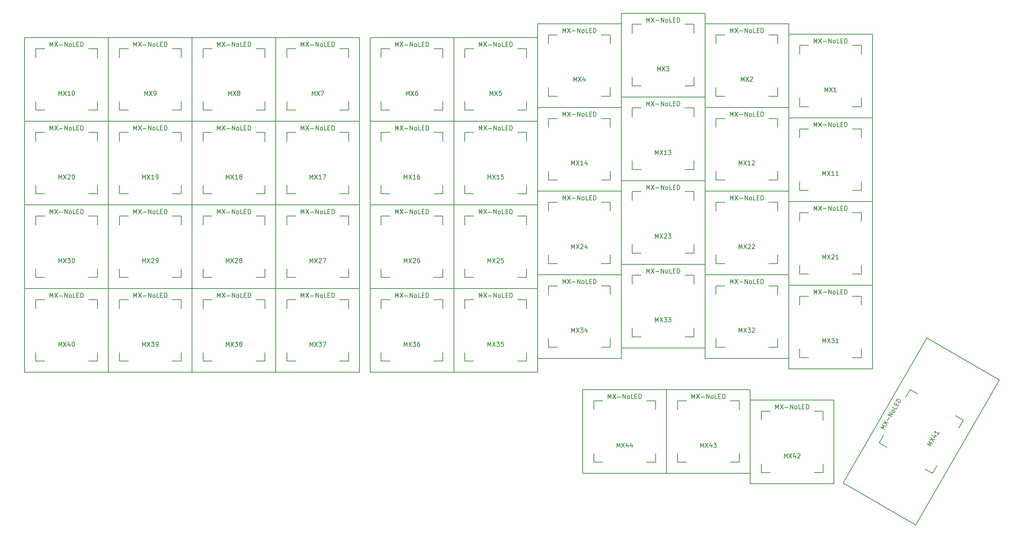
<source format=gbr>
%TF.GenerationSoftware,KiCad,Pcbnew,(5.1.9-0-10_14)*%
%TF.CreationDate,2021-04-10T22:10:23-05:00*%
%TF.ProjectId,wren-left,7772656e-2d6c-4656-9674-2e6b69636164,rev?*%
%TF.SameCoordinates,Original*%
%TF.FileFunction,OtherDrawing,Comment*%
%FSLAX46Y46*%
G04 Gerber Fmt 4.6, Leading zero omitted, Abs format (unit mm)*
G04 Created by KiCad (PCBNEW (5.1.9-0-10_14)) date 2021-04-10 22:10:23*
%MOMM*%
%LPD*%
G01*
G04 APERTURE LIST*
%ADD10C,0.150000*%
G04 APERTURE END LIST*
D10*
%TO.C,MX41*%
X237737822Y-108851123D02*
X238737822Y-107119072D01*
X238737822Y-107119072D02*
X240469873Y-108119072D01*
X249862178Y-115851123D02*
X250862178Y-114119072D01*
X250862178Y-114119072D02*
X249130127Y-113119072D01*
X242130127Y-125243428D02*
X243862178Y-126243428D01*
X243862178Y-126243428D02*
X244862178Y-124511377D01*
X232737822Y-117511377D02*
X231737822Y-119243428D01*
X231737822Y-119243428D02*
X233469873Y-120243428D01*
X223526108Y-128416534D02*
X242576108Y-95420966D01*
X242576108Y-95420966D02*
X259073892Y-104945966D01*
X240023892Y-137941534D02*
X259073892Y-104945966D01*
X240023892Y-137941534D02*
X223526108Y-128416534D01*
%TO.C,MX44*%
X178831250Y-109681250D02*
X180831250Y-109681250D01*
X180831250Y-109681250D02*
X180831250Y-111681250D01*
X178831250Y-123681250D02*
X180831250Y-123681250D01*
X180831250Y-123681250D02*
X180831250Y-121681250D01*
X166831250Y-121681250D02*
X166831250Y-123681250D01*
X166831250Y-123681250D02*
X168831250Y-123681250D01*
X168831250Y-109681250D02*
X166831250Y-109681250D01*
X166831250Y-109681250D02*
X166831250Y-111681250D01*
X164306250Y-107156250D02*
X183356250Y-107156250D01*
X183356250Y-107156250D02*
X183356250Y-126206250D01*
X183356250Y-126206250D02*
X164306250Y-126206250D01*
X164306250Y-126206250D02*
X164306250Y-107156250D01*
%TO.C,MX43*%
X197881250Y-109681250D02*
X199881250Y-109681250D01*
X199881250Y-109681250D02*
X199881250Y-111681250D01*
X197881250Y-123681250D02*
X199881250Y-123681250D01*
X199881250Y-123681250D02*
X199881250Y-121681250D01*
X185881250Y-121681250D02*
X185881250Y-123681250D01*
X185881250Y-123681250D02*
X187881250Y-123681250D01*
X187881250Y-109681250D02*
X185881250Y-109681250D01*
X185881250Y-109681250D02*
X185881250Y-111681250D01*
X183356250Y-107156250D02*
X202406250Y-107156250D01*
X202406250Y-107156250D02*
X202406250Y-126206250D01*
X202406250Y-126206250D02*
X183356250Y-126206250D01*
X183356250Y-126206250D02*
X183356250Y-107156250D01*
%TO.C,MX42*%
X216931250Y-112062500D02*
X218931250Y-112062500D01*
X218931250Y-112062500D02*
X218931250Y-114062500D01*
X216931250Y-126062500D02*
X218931250Y-126062500D01*
X218931250Y-126062500D02*
X218931250Y-124062500D01*
X204931250Y-124062500D02*
X204931250Y-126062500D01*
X204931250Y-126062500D02*
X206931250Y-126062500D01*
X206931250Y-112062500D02*
X204931250Y-112062500D01*
X204931250Y-112062500D02*
X204931250Y-114062500D01*
X202406250Y-109537500D02*
X221456250Y-109537500D01*
X221456250Y-109537500D02*
X221456250Y-128587500D01*
X221456250Y-128587500D02*
X202406250Y-128587500D01*
X202406250Y-128587500D02*
X202406250Y-109537500D01*
%TO.C,MX40*%
X51831250Y-86662500D02*
X53831250Y-86662500D01*
X53831250Y-86662500D02*
X53831250Y-88662500D01*
X51831250Y-100662500D02*
X53831250Y-100662500D01*
X53831250Y-100662500D02*
X53831250Y-98662500D01*
X39831250Y-98662500D02*
X39831250Y-100662500D01*
X39831250Y-100662500D02*
X41831250Y-100662500D01*
X41831250Y-86662500D02*
X39831250Y-86662500D01*
X39831250Y-86662500D02*
X39831250Y-88662500D01*
X37306250Y-84137500D02*
X56356250Y-84137500D01*
X56356250Y-84137500D02*
X56356250Y-103187500D01*
X56356250Y-103187500D02*
X37306250Y-103187500D01*
X37306250Y-103187500D02*
X37306250Y-84137500D01*
%TO.C,MX39*%
X70881250Y-86662500D02*
X72881250Y-86662500D01*
X72881250Y-86662500D02*
X72881250Y-88662500D01*
X70881250Y-100662500D02*
X72881250Y-100662500D01*
X72881250Y-100662500D02*
X72881250Y-98662500D01*
X58881250Y-98662500D02*
X58881250Y-100662500D01*
X58881250Y-100662500D02*
X60881250Y-100662500D01*
X60881250Y-86662500D02*
X58881250Y-86662500D01*
X58881250Y-86662500D02*
X58881250Y-88662500D01*
X56356250Y-84137500D02*
X75406250Y-84137500D01*
X75406250Y-84137500D02*
X75406250Y-103187500D01*
X75406250Y-103187500D02*
X56356250Y-103187500D01*
X56356250Y-103187500D02*
X56356250Y-84137500D01*
%TO.C,MX38*%
X89931250Y-86662500D02*
X91931250Y-86662500D01*
X91931250Y-86662500D02*
X91931250Y-88662500D01*
X89931250Y-100662500D02*
X91931250Y-100662500D01*
X91931250Y-100662500D02*
X91931250Y-98662500D01*
X77931250Y-98662500D02*
X77931250Y-100662500D01*
X77931250Y-100662500D02*
X79931250Y-100662500D01*
X79931250Y-86662500D02*
X77931250Y-86662500D01*
X77931250Y-86662500D02*
X77931250Y-88662500D01*
X75406250Y-84137500D02*
X94456250Y-84137500D01*
X94456250Y-84137500D02*
X94456250Y-103187500D01*
X94456250Y-103187500D02*
X75406250Y-103187500D01*
X75406250Y-103187500D02*
X75406250Y-84137500D01*
%TO.C,MX37*%
X108981250Y-86662500D02*
X110981250Y-86662500D01*
X110981250Y-86662500D02*
X110981250Y-88662500D01*
X108981250Y-100662500D02*
X110981250Y-100662500D01*
X110981250Y-100662500D02*
X110981250Y-98662500D01*
X96981250Y-98662500D02*
X96981250Y-100662500D01*
X96981250Y-100662500D02*
X98981250Y-100662500D01*
X98981250Y-86662500D02*
X96981250Y-86662500D01*
X96981250Y-86662500D02*
X96981250Y-88662500D01*
X94456250Y-84137500D02*
X113506250Y-84137500D01*
X113506250Y-84137500D02*
X113506250Y-103187500D01*
X113506250Y-103187500D02*
X94456250Y-103187500D01*
X94456250Y-103187500D02*
X94456250Y-84137500D01*
%TO.C,MX36*%
X130412500Y-86662500D02*
X132412500Y-86662500D01*
X132412500Y-86662500D02*
X132412500Y-88662500D01*
X130412500Y-100662500D02*
X132412500Y-100662500D01*
X132412500Y-100662500D02*
X132412500Y-98662500D01*
X118412500Y-98662500D02*
X118412500Y-100662500D01*
X118412500Y-100662500D02*
X120412500Y-100662500D01*
X120412500Y-86662500D02*
X118412500Y-86662500D01*
X118412500Y-86662500D02*
X118412500Y-88662500D01*
X115887500Y-84137500D02*
X134937500Y-84137500D01*
X134937500Y-84137500D02*
X134937500Y-103187500D01*
X134937500Y-103187500D02*
X115887500Y-103187500D01*
X115887500Y-103187500D02*
X115887500Y-84137500D01*
%TO.C,MX35*%
X149462500Y-86662500D02*
X151462500Y-86662500D01*
X151462500Y-86662500D02*
X151462500Y-88662500D01*
X149462500Y-100662500D02*
X151462500Y-100662500D01*
X151462500Y-100662500D02*
X151462500Y-98662500D01*
X137462500Y-98662500D02*
X137462500Y-100662500D01*
X137462500Y-100662500D02*
X139462500Y-100662500D01*
X139462500Y-86662500D02*
X137462500Y-86662500D01*
X137462500Y-86662500D02*
X137462500Y-88662500D01*
X134937500Y-84137500D02*
X153987500Y-84137500D01*
X153987500Y-84137500D02*
X153987500Y-103187500D01*
X153987500Y-103187500D02*
X134937500Y-103187500D01*
X134937500Y-103187500D02*
X134937500Y-84137500D01*
%TO.C,MX34*%
X168512500Y-83487500D02*
X170512500Y-83487500D01*
X170512500Y-83487500D02*
X170512500Y-85487500D01*
X168512500Y-97487500D02*
X170512500Y-97487500D01*
X170512500Y-97487500D02*
X170512500Y-95487500D01*
X156512500Y-95487500D02*
X156512500Y-97487500D01*
X156512500Y-97487500D02*
X158512500Y-97487500D01*
X158512500Y-83487500D02*
X156512500Y-83487500D01*
X156512500Y-83487500D02*
X156512500Y-85487500D01*
X153987500Y-80962500D02*
X173037500Y-80962500D01*
X173037500Y-80962500D02*
X173037500Y-100012500D01*
X173037500Y-100012500D02*
X153987500Y-100012500D01*
X153987500Y-100012500D02*
X153987500Y-80962500D01*
%TO.C,MX33*%
X187562500Y-81106250D02*
X189562500Y-81106250D01*
X189562500Y-81106250D02*
X189562500Y-83106250D01*
X187562500Y-95106250D02*
X189562500Y-95106250D01*
X189562500Y-95106250D02*
X189562500Y-93106250D01*
X175562500Y-93106250D02*
X175562500Y-95106250D01*
X175562500Y-95106250D02*
X177562500Y-95106250D01*
X177562500Y-81106250D02*
X175562500Y-81106250D01*
X175562500Y-81106250D02*
X175562500Y-83106250D01*
X173037500Y-78581250D02*
X192087500Y-78581250D01*
X192087500Y-78581250D02*
X192087500Y-97631250D01*
X192087500Y-97631250D02*
X173037500Y-97631250D01*
X173037500Y-97631250D02*
X173037500Y-78581250D01*
%TO.C,MX32*%
X206612500Y-83487500D02*
X208612500Y-83487500D01*
X208612500Y-83487500D02*
X208612500Y-85487500D01*
X206612500Y-97487500D02*
X208612500Y-97487500D01*
X208612500Y-97487500D02*
X208612500Y-95487500D01*
X194612500Y-95487500D02*
X194612500Y-97487500D01*
X194612500Y-97487500D02*
X196612500Y-97487500D01*
X196612500Y-83487500D02*
X194612500Y-83487500D01*
X194612500Y-83487500D02*
X194612500Y-85487500D01*
X192087500Y-80962500D02*
X211137500Y-80962500D01*
X211137500Y-80962500D02*
X211137500Y-100012500D01*
X211137500Y-100012500D02*
X192087500Y-100012500D01*
X192087500Y-100012500D02*
X192087500Y-80962500D01*
%TO.C,MX31*%
X225662500Y-85868750D02*
X227662500Y-85868750D01*
X227662500Y-85868750D02*
X227662500Y-87868750D01*
X225662500Y-99868750D02*
X227662500Y-99868750D01*
X227662500Y-99868750D02*
X227662500Y-97868750D01*
X213662500Y-97868750D02*
X213662500Y-99868750D01*
X213662500Y-99868750D02*
X215662500Y-99868750D01*
X215662500Y-85868750D02*
X213662500Y-85868750D01*
X213662500Y-85868750D02*
X213662500Y-87868750D01*
X211137500Y-83343750D02*
X230187500Y-83343750D01*
X230187500Y-83343750D02*
X230187500Y-102393750D01*
X230187500Y-102393750D02*
X211137500Y-102393750D01*
X211137500Y-102393750D02*
X211137500Y-83343750D01*
%TO.C,MX30*%
X51831250Y-67612500D02*
X53831250Y-67612500D01*
X53831250Y-67612500D02*
X53831250Y-69612500D01*
X51831250Y-81612500D02*
X53831250Y-81612500D01*
X53831250Y-81612500D02*
X53831250Y-79612500D01*
X39831250Y-79612500D02*
X39831250Y-81612500D01*
X39831250Y-81612500D02*
X41831250Y-81612500D01*
X41831250Y-67612500D02*
X39831250Y-67612500D01*
X39831250Y-67612500D02*
X39831250Y-69612500D01*
X37306250Y-65087500D02*
X56356250Y-65087500D01*
X56356250Y-65087500D02*
X56356250Y-84137500D01*
X56356250Y-84137500D02*
X37306250Y-84137500D01*
X37306250Y-84137500D02*
X37306250Y-65087500D01*
%TO.C,MX29*%
X70881250Y-67612500D02*
X72881250Y-67612500D01*
X72881250Y-67612500D02*
X72881250Y-69612500D01*
X70881250Y-81612500D02*
X72881250Y-81612500D01*
X72881250Y-81612500D02*
X72881250Y-79612500D01*
X58881250Y-79612500D02*
X58881250Y-81612500D01*
X58881250Y-81612500D02*
X60881250Y-81612500D01*
X60881250Y-67612500D02*
X58881250Y-67612500D01*
X58881250Y-67612500D02*
X58881250Y-69612500D01*
X56356250Y-65087500D02*
X75406250Y-65087500D01*
X75406250Y-65087500D02*
X75406250Y-84137500D01*
X75406250Y-84137500D02*
X56356250Y-84137500D01*
X56356250Y-84137500D02*
X56356250Y-65087500D01*
%TO.C,MX28*%
X89931250Y-67612500D02*
X91931250Y-67612500D01*
X91931250Y-67612500D02*
X91931250Y-69612500D01*
X89931250Y-81612500D02*
X91931250Y-81612500D01*
X91931250Y-81612500D02*
X91931250Y-79612500D01*
X77931250Y-79612500D02*
X77931250Y-81612500D01*
X77931250Y-81612500D02*
X79931250Y-81612500D01*
X79931250Y-67612500D02*
X77931250Y-67612500D01*
X77931250Y-67612500D02*
X77931250Y-69612500D01*
X75406250Y-65087500D02*
X94456250Y-65087500D01*
X94456250Y-65087500D02*
X94456250Y-84137500D01*
X94456250Y-84137500D02*
X75406250Y-84137500D01*
X75406250Y-84137500D02*
X75406250Y-65087500D01*
%TO.C,MX27*%
X108981250Y-67612500D02*
X110981250Y-67612500D01*
X110981250Y-67612500D02*
X110981250Y-69612500D01*
X108981250Y-81612500D02*
X110981250Y-81612500D01*
X110981250Y-81612500D02*
X110981250Y-79612500D01*
X96981250Y-79612500D02*
X96981250Y-81612500D01*
X96981250Y-81612500D02*
X98981250Y-81612500D01*
X98981250Y-67612500D02*
X96981250Y-67612500D01*
X96981250Y-67612500D02*
X96981250Y-69612500D01*
X94456250Y-65087500D02*
X113506250Y-65087500D01*
X113506250Y-65087500D02*
X113506250Y-84137500D01*
X113506250Y-84137500D02*
X94456250Y-84137500D01*
X94456250Y-84137500D02*
X94456250Y-65087500D01*
%TO.C,MX26*%
X130412500Y-67612500D02*
X132412500Y-67612500D01*
X132412500Y-67612500D02*
X132412500Y-69612500D01*
X130412500Y-81612500D02*
X132412500Y-81612500D01*
X132412500Y-81612500D02*
X132412500Y-79612500D01*
X118412500Y-79612500D02*
X118412500Y-81612500D01*
X118412500Y-81612500D02*
X120412500Y-81612500D01*
X120412500Y-67612500D02*
X118412500Y-67612500D01*
X118412500Y-67612500D02*
X118412500Y-69612500D01*
X115887500Y-65087500D02*
X134937500Y-65087500D01*
X134937500Y-65087500D02*
X134937500Y-84137500D01*
X134937500Y-84137500D02*
X115887500Y-84137500D01*
X115887500Y-84137500D02*
X115887500Y-65087500D01*
%TO.C,MX25*%
X149462500Y-67612500D02*
X151462500Y-67612500D01*
X151462500Y-67612500D02*
X151462500Y-69612500D01*
X149462500Y-81612500D02*
X151462500Y-81612500D01*
X151462500Y-81612500D02*
X151462500Y-79612500D01*
X137462500Y-79612500D02*
X137462500Y-81612500D01*
X137462500Y-81612500D02*
X139462500Y-81612500D01*
X139462500Y-67612500D02*
X137462500Y-67612500D01*
X137462500Y-67612500D02*
X137462500Y-69612500D01*
X134937500Y-65087500D02*
X153987500Y-65087500D01*
X153987500Y-65087500D02*
X153987500Y-84137500D01*
X153987500Y-84137500D02*
X134937500Y-84137500D01*
X134937500Y-84137500D02*
X134937500Y-65087500D01*
%TO.C,MX24*%
X168512500Y-64437500D02*
X170512500Y-64437500D01*
X170512500Y-64437500D02*
X170512500Y-66437500D01*
X168512500Y-78437500D02*
X170512500Y-78437500D01*
X170512500Y-78437500D02*
X170512500Y-76437500D01*
X156512500Y-76437500D02*
X156512500Y-78437500D01*
X156512500Y-78437500D02*
X158512500Y-78437500D01*
X158512500Y-64437500D02*
X156512500Y-64437500D01*
X156512500Y-64437500D02*
X156512500Y-66437500D01*
X153987500Y-61912500D02*
X173037500Y-61912500D01*
X173037500Y-61912500D02*
X173037500Y-80962500D01*
X173037500Y-80962500D02*
X153987500Y-80962500D01*
X153987500Y-80962500D02*
X153987500Y-61912500D01*
%TO.C,MX23*%
X187562500Y-62056250D02*
X189562500Y-62056250D01*
X189562500Y-62056250D02*
X189562500Y-64056250D01*
X187562500Y-76056250D02*
X189562500Y-76056250D01*
X189562500Y-76056250D02*
X189562500Y-74056250D01*
X175562500Y-74056250D02*
X175562500Y-76056250D01*
X175562500Y-76056250D02*
X177562500Y-76056250D01*
X177562500Y-62056250D02*
X175562500Y-62056250D01*
X175562500Y-62056250D02*
X175562500Y-64056250D01*
X173037500Y-59531250D02*
X192087500Y-59531250D01*
X192087500Y-59531250D02*
X192087500Y-78581250D01*
X192087500Y-78581250D02*
X173037500Y-78581250D01*
X173037500Y-78581250D02*
X173037500Y-59531250D01*
%TO.C,MX22*%
X206612500Y-64437500D02*
X208612500Y-64437500D01*
X208612500Y-64437500D02*
X208612500Y-66437500D01*
X206612500Y-78437500D02*
X208612500Y-78437500D01*
X208612500Y-78437500D02*
X208612500Y-76437500D01*
X194612500Y-76437500D02*
X194612500Y-78437500D01*
X194612500Y-78437500D02*
X196612500Y-78437500D01*
X196612500Y-64437500D02*
X194612500Y-64437500D01*
X194612500Y-64437500D02*
X194612500Y-66437500D01*
X192087500Y-61912500D02*
X211137500Y-61912500D01*
X211137500Y-61912500D02*
X211137500Y-80962500D01*
X211137500Y-80962500D02*
X192087500Y-80962500D01*
X192087500Y-80962500D02*
X192087500Y-61912500D01*
%TO.C,MX21*%
X225662500Y-66818750D02*
X227662500Y-66818750D01*
X227662500Y-66818750D02*
X227662500Y-68818750D01*
X225662500Y-80818750D02*
X227662500Y-80818750D01*
X227662500Y-80818750D02*
X227662500Y-78818750D01*
X213662500Y-78818750D02*
X213662500Y-80818750D01*
X213662500Y-80818750D02*
X215662500Y-80818750D01*
X215662500Y-66818750D02*
X213662500Y-66818750D01*
X213662500Y-66818750D02*
X213662500Y-68818750D01*
X211137500Y-64293750D02*
X230187500Y-64293750D01*
X230187500Y-64293750D02*
X230187500Y-83343750D01*
X230187500Y-83343750D02*
X211137500Y-83343750D01*
X211137500Y-83343750D02*
X211137500Y-64293750D01*
%TO.C,MX20*%
X51831250Y-48562500D02*
X53831250Y-48562500D01*
X53831250Y-48562500D02*
X53831250Y-50562500D01*
X51831250Y-62562500D02*
X53831250Y-62562500D01*
X53831250Y-62562500D02*
X53831250Y-60562500D01*
X39831250Y-60562500D02*
X39831250Y-62562500D01*
X39831250Y-62562500D02*
X41831250Y-62562500D01*
X41831250Y-48562500D02*
X39831250Y-48562500D01*
X39831250Y-48562500D02*
X39831250Y-50562500D01*
X37306250Y-46037500D02*
X56356250Y-46037500D01*
X56356250Y-46037500D02*
X56356250Y-65087500D01*
X56356250Y-65087500D02*
X37306250Y-65087500D01*
X37306250Y-65087500D02*
X37306250Y-46037500D01*
%TO.C,MX19*%
X70881250Y-48562500D02*
X72881250Y-48562500D01*
X72881250Y-48562500D02*
X72881250Y-50562500D01*
X70881250Y-62562500D02*
X72881250Y-62562500D01*
X72881250Y-62562500D02*
X72881250Y-60562500D01*
X58881250Y-60562500D02*
X58881250Y-62562500D01*
X58881250Y-62562500D02*
X60881250Y-62562500D01*
X60881250Y-48562500D02*
X58881250Y-48562500D01*
X58881250Y-48562500D02*
X58881250Y-50562500D01*
X56356250Y-46037500D02*
X75406250Y-46037500D01*
X75406250Y-46037500D02*
X75406250Y-65087500D01*
X75406250Y-65087500D02*
X56356250Y-65087500D01*
X56356250Y-65087500D02*
X56356250Y-46037500D01*
%TO.C,MX18*%
X89931250Y-48562500D02*
X91931250Y-48562500D01*
X91931250Y-48562500D02*
X91931250Y-50562500D01*
X89931250Y-62562500D02*
X91931250Y-62562500D01*
X91931250Y-62562500D02*
X91931250Y-60562500D01*
X77931250Y-60562500D02*
X77931250Y-62562500D01*
X77931250Y-62562500D02*
X79931250Y-62562500D01*
X79931250Y-48562500D02*
X77931250Y-48562500D01*
X77931250Y-48562500D02*
X77931250Y-50562500D01*
X75406250Y-46037500D02*
X94456250Y-46037500D01*
X94456250Y-46037500D02*
X94456250Y-65087500D01*
X94456250Y-65087500D02*
X75406250Y-65087500D01*
X75406250Y-65087500D02*
X75406250Y-46037500D01*
%TO.C,MX17*%
X108981250Y-48562500D02*
X110981250Y-48562500D01*
X110981250Y-48562500D02*
X110981250Y-50562500D01*
X108981250Y-62562500D02*
X110981250Y-62562500D01*
X110981250Y-62562500D02*
X110981250Y-60562500D01*
X96981250Y-60562500D02*
X96981250Y-62562500D01*
X96981250Y-62562500D02*
X98981250Y-62562500D01*
X98981250Y-48562500D02*
X96981250Y-48562500D01*
X96981250Y-48562500D02*
X96981250Y-50562500D01*
X94456250Y-46037500D02*
X113506250Y-46037500D01*
X113506250Y-46037500D02*
X113506250Y-65087500D01*
X113506250Y-65087500D02*
X94456250Y-65087500D01*
X94456250Y-65087500D02*
X94456250Y-46037500D01*
%TO.C,MX16*%
X130412500Y-48562500D02*
X132412500Y-48562500D01*
X132412500Y-48562500D02*
X132412500Y-50562500D01*
X130412500Y-62562500D02*
X132412500Y-62562500D01*
X132412500Y-62562500D02*
X132412500Y-60562500D01*
X118412500Y-60562500D02*
X118412500Y-62562500D01*
X118412500Y-62562500D02*
X120412500Y-62562500D01*
X120412500Y-48562500D02*
X118412500Y-48562500D01*
X118412500Y-48562500D02*
X118412500Y-50562500D01*
X115887500Y-46037500D02*
X134937500Y-46037500D01*
X134937500Y-46037500D02*
X134937500Y-65087500D01*
X134937500Y-65087500D02*
X115887500Y-65087500D01*
X115887500Y-65087500D02*
X115887500Y-46037500D01*
%TO.C,MX15*%
X149462500Y-48562500D02*
X151462500Y-48562500D01*
X151462500Y-48562500D02*
X151462500Y-50562500D01*
X149462500Y-62562500D02*
X151462500Y-62562500D01*
X151462500Y-62562500D02*
X151462500Y-60562500D01*
X137462500Y-60562500D02*
X137462500Y-62562500D01*
X137462500Y-62562500D02*
X139462500Y-62562500D01*
X139462500Y-48562500D02*
X137462500Y-48562500D01*
X137462500Y-48562500D02*
X137462500Y-50562500D01*
X134937500Y-46037500D02*
X153987500Y-46037500D01*
X153987500Y-46037500D02*
X153987500Y-65087500D01*
X153987500Y-65087500D02*
X134937500Y-65087500D01*
X134937500Y-65087500D02*
X134937500Y-46037500D01*
%TO.C,MX14*%
X168512500Y-45387500D02*
X170512500Y-45387500D01*
X170512500Y-45387500D02*
X170512500Y-47387500D01*
X168512500Y-59387500D02*
X170512500Y-59387500D01*
X170512500Y-59387500D02*
X170512500Y-57387500D01*
X156512500Y-57387500D02*
X156512500Y-59387500D01*
X156512500Y-59387500D02*
X158512500Y-59387500D01*
X158512500Y-45387500D02*
X156512500Y-45387500D01*
X156512500Y-45387500D02*
X156512500Y-47387500D01*
X153987500Y-42862500D02*
X173037500Y-42862500D01*
X173037500Y-42862500D02*
X173037500Y-61912500D01*
X173037500Y-61912500D02*
X153987500Y-61912500D01*
X153987500Y-61912500D02*
X153987500Y-42862500D01*
%TO.C,MX13*%
X187562500Y-43006250D02*
X189562500Y-43006250D01*
X189562500Y-43006250D02*
X189562500Y-45006250D01*
X187562500Y-57006250D02*
X189562500Y-57006250D01*
X189562500Y-57006250D02*
X189562500Y-55006250D01*
X175562500Y-55006250D02*
X175562500Y-57006250D01*
X175562500Y-57006250D02*
X177562500Y-57006250D01*
X177562500Y-43006250D02*
X175562500Y-43006250D01*
X175562500Y-43006250D02*
X175562500Y-45006250D01*
X173037500Y-40481250D02*
X192087500Y-40481250D01*
X192087500Y-40481250D02*
X192087500Y-59531250D01*
X192087500Y-59531250D02*
X173037500Y-59531250D01*
X173037500Y-59531250D02*
X173037500Y-40481250D01*
%TO.C,MX12*%
X206612500Y-45387500D02*
X208612500Y-45387500D01*
X208612500Y-45387500D02*
X208612500Y-47387500D01*
X206612500Y-59387500D02*
X208612500Y-59387500D01*
X208612500Y-59387500D02*
X208612500Y-57387500D01*
X194612500Y-57387500D02*
X194612500Y-59387500D01*
X194612500Y-59387500D02*
X196612500Y-59387500D01*
X196612500Y-45387500D02*
X194612500Y-45387500D01*
X194612500Y-45387500D02*
X194612500Y-47387500D01*
X192087500Y-42862500D02*
X211137500Y-42862500D01*
X211137500Y-42862500D02*
X211137500Y-61912500D01*
X211137500Y-61912500D02*
X192087500Y-61912500D01*
X192087500Y-61912500D02*
X192087500Y-42862500D01*
%TO.C,MX11*%
X225662500Y-47768750D02*
X227662500Y-47768750D01*
X227662500Y-47768750D02*
X227662500Y-49768750D01*
X225662500Y-61768750D02*
X227662500Y-61768750D01*
X227662500Y-61768750D02*
X227662500Y-59768750D01*
X213662500Y-59768750D02*
X213662500Y-61768750D01*
X213662500Y-61768750D02*
X215662500Y-61768750D01*
X215662500Y-47768750D02*
X213662500Y-47768750D01*
X213662500Y-47768750D02*
X213662500Y-49768750D01*
X211137500Y-45243750D02*
X230187500Y-45243750D01*
X230187500Y-45243750D02*
X230187500Y-64293750D01*
X230187500Y-64293750D02*
X211137500Y-64293750D01*
X211137500Y-64293750D02*
X211137500Y-45243750D01*
%TO.C,MX10*%
X51831250Y-29512500D02*
X53831250Y-29512500D01*
X53831250Y-29512500D02*
X53831250Y-31512500D01*
X51831250Y-43512500D02*
X53831250Y-43512500D01*
X53831250Y-43512500D02*
X53831250Y-41512500D01*
X39831250Y-41512500D02*
X39831250Y-43512500D01*
X39831250Y-43512500D02*
X41831250Y-43512500D01*
X41831250Y-29512500D02*
X39831250Y-29512500D01*
X39831250Y-29512500D02*
X39831250Y-31512500D01*
X37306250Y-26987500D02*
X56356250Y-26987500D01*
X56356250Y-26987500D02*
X56356250Y-46037500D01*
X56356250Y-46037500D02*
X37306250Y-46037500D01*
X37306250Y-46037500D02*
X37306250Y-26987500D01*
%TO.C,MX9*%
X70881250Y-29512500D02*
X72881250Y-29512500D01*
X72881250Y-29512500D02*
X72881250Y-31512500D01*
X70881250Y-43512500D02*
X72881250Y-43512500D01*
X72881250Y-43512500D02*
X72881250Y-41512500D01*
X58881250Y-41512500D02*
X58881250Y-43512500D01*
X58881250Y-43512500D02*
X60881250Y-43512500D01*
X60881250Y-29512500D02*
X58881250Y-29512500D01*
X58881250Y-29512500D02*
X58881250Y-31512500D01*
X56356250Y-26987500D02*
X75406250Y-26987500D01*
X75406250Y-26987500D02*
X75406250Y-46037500D01*
X75406250Y-46037500D02*
X56356250Y-46037500D01*
X56356250Y-46037500D02*
X56356250Y-26987500D01*
%TO.C,MX8*%
X89931250Y-29512500D02*
X91931250Y-29512500D01*
X91931250Y-29512500D02*
X91931250Y-31512500D01*
X89931250Y-43512500D02*
X91931250Y-43512500D01*
X91931250Y-43512500D02*
X91931250Y-41512500D01*
X77931250Y-41512500D02*
X77931250Y-43512500D01*
X77931250Y-43512500D02*
X79931250Y-43512500D01*
X79931250Y-29512500D02*
X77931250Y-29512500D01*
X77931250Y-29512500D02*
X77931250Y-31512500D01*
X75406250Y-26987500D02*
X94456250Y-26987500D01*
X94456250Y-26987500D02*
X94456250Y-46037500D01*
X94456250Y-46037500D02*
X75406250Y-46037500D01*
X75406250Y-46037500D02*
X75406250Y-26987500D01*
%TO.C,MX7*%
X108981250Y-29512500D02*
X110981250Y-29512500D01*
X110981250Y-29512500D02*
X110981250Y-31512500D01*
X108981250Y-43512500D02*
X110981250Y-43512500D01*
X110981250Y-43512500D02*
X110981250Y-41512500D01*
X96981250Y-41512500D02*
X96981250Y-43512500D01*
X96981250Y-43512500D02*
X98981250Y-43512500D01*
X98981250Y-29512500D02*
X96981250Y-29512500D01*
X96981250Y-29512500D02*
X96981250Y-31512500D01*
X94456250Y-26987500D02*
X113506250Y-26987500D01*
X113506250Y-26987500D02*
X113506250Y-46037500D01*
X113506250Y-46037500D02*
X94456250Y-46037500D01*
X94456250Y-46037500D02*
X94456250Y-26987500D01*
%TO.C,MX6*%
X130412500Y-29512500D02*
X132412500Y-29512500D01*
X132412500Y-29512500D02*
X132412500Y-31512500D01*
X130412500Y-43512500D02*
X132412500Y-43512500D01*
X132412500Y-43512500D02*
X132412500Y-41512500D01*
X118412500Y-41512500D02*
X118412500Y-43512500D01*
X118412500Y-43512500D02*
X120412500Y-43512500D01*
X120412500Y-29512500D02*
X118412500Y-29512500D01*
X118412500Y-29512500D02*
X118412500Y-31512500D01*
X115887500Y-26987500D02*
X134937500Y-26987500D01*
X134937500Y-26987500D02*
X134937500Y-46037500D01*
X134937500Y-46037500D02*
X115887500Y-46037500D01*
X115887500Y-46037500D02*
X115887500Y-26987500D01*
%TO.C,MX5*%
X149462500Y-29512500D02*
X151462500Y-29512500D01*
X151462500Y-29512500D02*
X151462500Y-31512500D01*
X149462500Y-43512500D02*
X151462500Y-43512500D01*
X151462500Y-43512500D02*
X151462500Y-41512500D01*
X137462500Y-41512500D02*
X137462500Y-43512500D01*
X137462500Y-43512500D02*
X139462500Y-43512500D01*
X139462500Y-29512500D02*
X137462500Y-29512500D01*
X137462500Y-29512500D02*
X137462500Y-31512500D01*
X134937500Y-26987500D02*
X153987500Y-26987500D01*
X153987500Y-26987500D02*
X153987500Y-46037500D01*
X153987500Y-46037500D02*
X134937500Y-46037500D01*
X134937500Y-46037500D02*
X134937500Y-26987500D01*
%TO.C,MX4*%
X168512500Y-26337500D02*
X170512500Y-26337500D01*
X170512500Y-26337500D02*
X170512500Y-28337500D01*
X168512500Y-40337500D02*
X170512500Y-40337500D01*
X170512500Y-40337500D02*
X170512500Y-38337500D01*
X156512500Y-38337500D02*
X156512500Y-40337500D01*
X156512500Y-40337500D02*
X158512500Y-40337500D01*
X158512500Y-26337500D02*
X156512500Y-26337500D01*
X156512500Y-26337500D02*
X156512500Y-28337500D01*
X153987500Y-23812500D02*
X173037500Y-23812500D01*
X173037500Y-23812500D02*
X173037500Y-42862500D01*
X173037500Y-42862500D02*
X153987500Y-42862500D01*
X153987500Y-42862500D02*
X153987500Y-23812500D01*
%TO.C,MX3*%
X187562500Y-23956250D02*
X189562500Y-23956250D01*
X189562500Y-23956250D02*
X189562500Y-25956250D01*
X187562500Y-37956250D02*
X189562500Y-37956250D01*
X189562500Y-37956250D02*
X189562500Y-35956250D01*
X175562500Y-35956250D02*
X175562500Y-37956250D01*
X175562500Y-37956250D02*
X177562500Y-37956250D01*
X177562500Y-23956250D02*
X175562500Y-23956250D01*
X175562500Y-23956250D02*
X175562500Y-25956250D01*
X173037500Y-21431250D02*
X192087500Y-21431250D01*
X192087500Y-21431250D02*
X192087500Y-40481250D01*
X192087500Y-40481250D02*
X173037500Y-40481250D01*
X173037500Y-40481250D02*
X173037500Y-21431250D01*
%TO.C,MX2*%
X206612500Y-26337500D02*
X208612500Y-26337500D01*
X208612500Y-26337500D02*
X208612500Y-28337500D01*
X206612500Y-40337500D02*
X208612500Y-40337500D01*
X208612500Y-40337500D02*
X208612500Y-38337500D01*
X194612500Y-38337500D02*
X194612500Y-40337500D01*
X194612500Y-40337500D02*
X196612500Y-40337500D01*
X196612500Y-26337500D02*
X194612500Y-26337500D01*
X194612500Y-26337500D02*
X194612500Y-28337500D01*
X192087500Y-23812500D02*
X211137500Y-23812500D01*
X211137500Y-23812500D02*
X211137500Y-42862500D01*
X211137500Y-42862500D02*
X192087500Y-42862500D01*
X192087500Y-42862500D02*
X192087500Y-23812500D01*
%TO.C,MX1*%
X225662500Y-28718750D02*
X227662500Y-28718750D01*
X227662500Y-28718750D02*
X227662500Y-30718750D01*
X225662500Y-42718750D02*
X227662500Y-42718750D01*
X227662500Y-42718750D02*
X227662500Y-40718750D01*
X213662500Y-40718750D02*
X213662500Y-42718750D01*
X213662500Y-42718750D02*
X215662500Y-42718750D01*
X215662500Y-28718750D02*
X213662500Y-28718750D01*
X213662500Y-28718750D02*
X213662500Y-30718750D01*
X211137500Y-26193750D02*
X230187500Y-26193750D01*
X230187500Y-26193750D02*
X230187500Y-45243750D01*
X230187500Y-45243750D02*
X211137500Y-45243750D01*
X211137500Y-45243750D02*
X211137500Y-26193750D01*
%TD*%
%TO.C,MX41*%
X243560452Y-120020794D02*
X242694426Y-119520794D01*
X243479682Y-119589262D01*
X243027759Y-118943444D01*
X243893785Y-119443444D01*
X243218236Y-118613530D02*
X244417594Y-118536179D01*
X243551569Y-118036179D02*
X244084261Y-119113530D01*
X244245006Y-117501778D02*
X244822356Y-117835111D01*
X243796044Y-117517498D02*
X244295586Y-118080837D01*
X244605110Y-117544727D01*
X245346166Y-116927846D02*
X245060452Y-117422718D01*
X245203309Y-117175282D02*
X244337283Y-116675282D01*
X244413382Y-116829189D01*
X244448242Y-116959287D01*
X244441862Y-117065575D01*
X232936744Y-116196595D02*
X232070718Y-115696595D01*
X232855974Y-115765063D01*
X232404051Y-115119245D01*
X233270077Y-115619245D01*
X232594528Y-114789330D02*
X233793886Y-114711980D01*
X232927861Y-114211980D02*
X233460553Y-115289330D01*
X233654448Y-114191589D02*
X234035401Y-113531761D01*
X234603410Y-113309844D02*
X233737385Y-112809844D01*
X234889124Y-112814972D01*
X234023099Y-112314972D01*
X235198648Y-112278861D02*
X235109790Y-112337530D01*
X235044741Y-112354960D01*
X234938453Y-112348580D01*
X234691017Y-112205723D01*
X234632348Y-112116865D01*
X234614918Y-112051816D01*
X234621298Y-111945528D01*
X234692727Y-111821810D01*
X234781585Y-111763141D01*
X234846634Y-111745711D01*
X234952922Y-111752091D01*
X235200358Y-111894948D01*
X235259027Y-111983806D01*
X235276457Y-112048855D01*
X235270077Y-112155143D01*
X235198648Y-112278861D01*
X235817696Y-111206639D02*
X235579601Y-111619032D01*
X234713575Y-111119032D01*
X235530730Y-110656059D02*
X235697397Y-110367384D01*
X236222458Y-110505571D02*
X235984363Y-110917964D01*
X235118337Y-110417964D01*
X235356432Y-110005571D01*
X236436744Y-110134417D02*
X235570718Y-109634417D01*
X235689766Y-109428221D01*
X235802434Y-109328312D01*
X235932531Y-109293453D01*
X236038819Y-109299833D01*
X236227586Y-109353831D01*
X236351304Y-109425260D01*
X236492452Y-109561737D01*
X236551121Y-109650596D01*
X236585980Y-109780693D01*
X236555791Y-109928221D01*
X236436744Y-110134417D01*
%TO.C,MX44*%
X172069345Y-120308630D02*
X172069345Y-119308630D01*
X172402678Y-120022916D01*
X172736011Y-119308630D01*
X172736011Y-120308630D01*
X173116964Y-119308630D02*
X173783630Y-120308630D01*
X173783630Y-119308630D02*
X173116964Y-120308630D01*
X174593154Y-119641964D02*
X174593154Y-120308630D01*
X174355059Y-119261011D02*
X174116964Y-119975297D01*
X174736011Y-119975297D01*
X175545535Y-119641964D02*
X175545535Y-120308630D01*
X175307440Y-119261011D02*
X175069345Y-119975297D01*
X175688392Y-119975297D01*
X170069345Y-109196130D02*
X170069345Y-108196130D01*
X170402678Y-108910416D01*
X170736011Y-108196130D01*
X170736011Y-109196130D01*
X171116964Y-108196130D02*
X171783630Y-109196130D01*
X171783630Y-108196130D02*
X171116964Y-109196130D01*
X172164583Y-108815178D02*
X172926488Y-108815178D01*
X173402678Y-109196130D02*
X173402678Y-108196130D01*
X173974107Y-109196130D01*
X173974107Y-108196130D01*
X174593154Y-109196130D02*
X174497916Y-109148511D01*
X174450297Y-109100892D01*
X174402678Y-109005654D01*
X174402678Y-108719940D01*
X174450297Y-108624702D01*
X174497916Y-108577083D01*
X174593154Y-108529464D01*
X174736011Y-108529464D01*
X174831250Y-108577083D01*
X174878869Y-108624702D01*
X174926488Y-108719940D01*
X174926488Y-109005654D01*
X174878869Y-109100892D01*
X174831250Y-109148511D01*
X174736011Y-109196130D01*
X174593154Y-109196130D01*
X175831250Y-109196130D02*
X175355059Y-109196130D01*
X175355059Y-108196130D01*
X176164583Y-108672321D02*
X176497916Y-108672321D01*
X176640773Y-109196130D02*
X176164583Y-109196130D01*
X176164583Y-108196130D01*
X176640773Y-108196130D01*
X177069345Y-109196130D02*
X177069345Y-108196130D01*
X177307440Y-108196130D01*
X177450297Y-108243750D01*
X177545535Y-108338988D01*
X177593154Y-108434226D01*
X177640773Y-108624702D01*
X177640773Y-108767559D01*
X177593154Y-108958035D01*
X177545535Y-109053273D01*
X177450297Y-109148511D01*
X177307440Y-109196130D01*
X177069345Y-109196130D01*
%TO.C,MX43*%
X191119345Y-120308630D02*
X191119345Y-119308630D01*
X191452678Y-120022916D01*
X191786011Y-119308630D01*
X191786011Y-120308630D01*
X192166964Y-119308630D02*
X192833630Y-120308630D01*
X192833630Y-119308630D02*
X192166964Y-120308630D01*
X193643154Y-119641964D02*
X193643154Y-120308630D01*
X193405059Y-119261011D02*
X193166964Y-119975297D01*
X193786011Y-119975297D01*
X194071726Y-119308630D02*
X194690773Y-119308630D01*
X194357440Y-119689583D01*
X194500297Y-119689583D01*
X194595535Y-119737202D01*
X194643154Y-119784821D01*
X194690773Y-119880059D01*
X194690773Y-120118154D01*
X194643154Y-120213392D01*
X194595535Y-120261011D01*
X194500297Y-120308630D01*
X194214583Y-120308630D01*
X194119345Y-120261011D01*
X194071726Y-120213392D01*
X189119345Y-109196130D02*
X189119345Y-108196130D01*
X189452678Y-108910416D01*
X189786011Y-108196130D01*
X189786011Y-109196130D01*
X190166964Y-108196130D02*
X190833630Y-109196130D01*
X190833630Y-108196130D02*
X190166964Y-109196130D01*
X191214583Y-108815178D02*
X191976488Y-108815178D01*
X192452678Y-109196130D02*
X192452678Y-108196130D01*
X193024107Y-109196130D01*
X193024107Y-108196130D01*
X193643154Y-109196130D02*
X193547916Y-109148511D01*
X193500297Y-109100892D01*
X193452678Y-109005654D01*
X193452678Y-108719940D01*
X193500297Y-108624702D01*
X193547916Y-108577083D01*
X193643154Y-108529464D01*
X193786011Y-108529464D01*
X193881250Y-108577083D01*
X193928869Y-108624702D01*
X193976488Y-108719940D01*
X193976488Y-109005654D01*
X193928869Y-109100892D01*
X193881250Y-109148511D01*
X193786011Y-109196130D01*
X193643154Y-109196130D01*
X194881250Y-109196130D02*
X194405059Y-109196130D01*
X194405059Y-108196130D01*
X195214583Y-108672321D02*
X195547916Y-108672321D01*
X195690773Y-109196130D02*
X195214583Y-109196130D01*
X195214583Y-108196130D01*
X195690773Y-108196130D01*
X196119345Y-109196130D02*
X196119345Y-108196130D01*
X196357440Y-108196130D01*
X196500297Y-108243750D01*
X196595535Y-108338988D01*
X196643154Y-108434226D01*
X196690773Y-108624702D01*
X196690773Y-108767559D01*
X196643154Y-108958035D01*
X196595535Y-109053273D01*
X196500297Y-109148511D01*
X196357440Y-109196130D01*
X196119345Y-109196130D01*
%TO.C,MX42*%
X210169345Y-122689880D02*
X210169345Y-121689880D01*
X210502678Y-122404166D01*
X210836011Y-121689880D01*
X210836011Y-122689880D01*
X211216964Y-121689880D02*
X211883630Y-122689880D01*
X211883630Y-121689880D02*
X211216964Y-122689880D01*
X212693154Y-122023214D02*
X212693154Y-122689880D01*
X212455059Y-121642261D02*
X212216964Y-122356547D01*
X212836011Y-122356547D01*
X213169345Y-121785119D02*
X213216964Y-121737500D01*
X213312202Y-121689880D01*
X213550297Y-121689880D01*
X213645535Y-121737500D01*
X213693154Y-121785119D01*
X213740773Y-121880357D01*
X213740773Y-121975595D01*
X213693154Y-122118452D01*
X213121726Y-122689880D01*
X213740773Y-122689880D01*
X208169345Y-111577380D02*
X208169345Y-110577380D01*
X208502678Y-111291666D01*
X208836011Y-110577380D01*
X208836011Y-111577380D01*
X209216964Y-110577380D02*
X209883630Y-111577380D01*
X209883630Y-110577380D02*
X209216964Y-111577380D01*
X210264583Y-111196428D02*
X211026488Y-111196428D01*
X211502678Y-111577380D02*
X211502678Y-110577380D01*
X212074107Y-111577380D01*
X212074107Y-110577380D01*
X212693154Y-111577380D02*
X212597916Y-111529761D01*
X212550297Y-111482142D01*
X212502678Y-111386904D01*
X212502678Y-111101190D01*
X212550297Y-111005952D01*
X212597916Y-110958333D01*
X212693154Y-110910714D01*
X212836011Y-110910714D01*
X212931250Y-110958333D01*
X212978869Y-111005952D01*
X213026488Y-111101190D01*
X213026488Y-111386904D01*
X212978869Y-111482142D01*
X212931250Y-111529761D01*
X212836011Y-111577380D01*
X212693154Y-111577380D01*
X213931250Y-111577380D02*
X213455059Y-111577380D01*
X213455059Y-110577380D01*
X214264583Y-111053571D02*
X214597916Y-111053571D01*
X214740773Y-111577380D02*
X214264583Y-111577380D01*
X214264583Y-110577380D01*
X214740773Y-110577380D01*
X215169345Y-111577380D02*
X215169345Y-110577380D01*
X215407440Y-110577380D01*
X215550297Y-110625000D01*
X215645535Y-110720238D01*
X215693154Y-110815476D01*
X215740773Y-111005952D01*
X215740773Y-111148809D01*
X215693154Y-111339285D01*
X215645535Y-111434523D01*
X215550297Y-111529761D01*
X215407440Y-111577380D01*
X215169345Y-111577380D01*
%TO.C,MX40*%
X45069345Y-97289880D02*
X45069345Y-96289880D01*
X45402678Y-97004166D01*
X45736011Y-96289880D01*
X45736011Y-97289880D01*
X46116964Y-96289880D02*
X46783630Y-97289880D01*
X46783630Y-96289880D02*
X46116964Y-97289880D01*
X47593154Y-96623214D02*
X47593154Y-97289880D01*
X47355059Y-96242261D02*
X47116964Y-96956547D01*
X47736011Y-96956547D01*
X48307440Y-96289880D02*
X48402678Y-96289880D01*
X48497916Y-96337500D01*
X48545535Y-96385119D01*
X48593154Y-96480357D01*
X48640773Y-96670833D01*
X48640773Y-96908928D01*
X48593154Y-97099404D01*
X48545535Y-97194642D01*
X48497916Y-97242261D01*
X48402678Y-97289880D01*
X48307440Y-97289880D01*
X48212202Y-97242261D01*
X48164583Y-97194642D01*
X48116964Y-97099404D01*
X48069345Y-96908928D01*
X48069345Y-96670833D01*
X48116964Y-96480357D01*
X48164583Y-96385119D01*
X48212202Y-96337500D01*
X48307440Y-96289880D01*
X43069345Y-86177380D02*
X43069345Y-85177380D01*
X43402678Y-85891666D01*
X43736011Y-85177380D01*
X43736011Y-86177380D01*
X44116964Y-85177380D02*
X44783630Y-86177380D01*
X44783630Y-85177380D02*
X44116964Y-86177380D01*
X45164583Y-85796428D02*
X45926488Y-85796428D01*
X46402678Y-86177380D02*
X46402678Y-85177380D01*
X46974107Y-86177380D01*
X46974107Y-85177380D01*
X47593154Y-86177380D02*
X47497916Y-86129761D01*
X47450297Y-86082142D01*
X47402678Y-85986904D01*
X47402678Y-85701190D01*
X47450297Y-85605952D01*
X47497916Y-85558333D01*
X47593154Y-85510714D01*
X47736011Y-85510714D01*
X47831250Y-85558333D01*
X47878869Y-85605952D01*
X47926488Y-85701190D01*
X47926488Y-85986904D01*
X47878869Y-86082142D01*
X47831250Y-86129761D01*
X47736011Y-86177380D01*
X47593154Y-86177380D01*
X48831250Y-86177380D02*
X48355059Y-86177380D01*
X48355059Y-85177380D01*
X49164583Y-85653571D02*
X49497916Y-85653571D01*
X49640773Y-86177380D02*
X49164583Y-86177380D01*
X49164583Y-85177380D01*
X49640773Y-85177380D01*
X50069345Y-86177380D02*
X50069345Y-85177380D01*
X50307440Y-85177380D01*
X50450297Y-85225000D01*
X50545535Y-85320238D01*
X50593154Y-85415476D01*
X50640773Y-85605952D01*
X50640773Y-85748809D01*
X50593154Y-85939285D01*
X50545535Y-86034523D01*
X50450297Y-86129761D01*
X50307440Y-86177380D01*
X50069345Y-86177380D01*
%TO.C,MX39*%
X64119345Y-97289880D02*
X64119345Y-96289880D01*
X64452678Y-97004166D01*
X64786011Y-96289880D01*
X64786011Y-97289880D01*
X65166964Y-96289880D02*
X65833630Y-97289880D01*
X65833630Y-96289880D02*
X65166964Y-97289880D01*
X66119345Y-96289880D02*
X66738392Y-96289880D01*
X66405059Y-96670833D01*
X66547916Y-96670833D01*
X66643154Y-96718452D01*
X66690773Y-96766071D01*
X66738392Y-96861309D01*
X66738392Y-97099404D01*
X66690773Y-97194642D01*
X66643154Y-97242261D01*
X66547916Y-97289880D01*
X66262202Y-97289880D01*
X66166964Y-97242261D01*
X66119345Y-97194642D01*
X67214583Y-97289880D02*
X67405059Y-97289880D01*
X67500297Y-97242261D01*
X67547916Y-97194642D01*
X67643154Y-97051785D01*
X67690773Y-96861309D01*
X67690773Y-96480357D01*
X67643154Y-96385119D01*
X67595535Y-96337500D01*
X67500297Y-96289880D01*
X67309821Y-96289880D01*
X67214583Y-96337500D01*
X67166964Y-96385119D01*
X67119345Y-96480357D01*
X67119345Y-96718452D01*
X67166964Y-96813690D01*
X67214583Y-96861309D01*
X67309821Y-96908928D01*
X67500297Y-96908928D01*
X67595535Y-96861309D01*
X67643154Y-96813690D01*
X67690773Y-96718452D01*
X62119345Y-86177380D02*
X62119345Y-85177380D01*
X62452678Y-85891666D01*
X62786011Y-85177380D01*
X62786011Y-86177380D01*
X63166964Y-85177380D02*
X63833630Y-86177380D01*
X63833630Y-85177380D02*
X63166964Y-86177380D01*
X64214583Y-85796428D02*
X64976488Y-85796428D01*
X65452678Y-86177380D02*
X65452678Y-85177380D01*
X66024107Y-86177380D01*
X66024107Y-85177380D01*
X66643154Y-86177380D02*
X66547916Y-86129761D01*
X66500297Y-86082142D01*
X66452678Y-85986904D01*
X66452678Y-85701190D01*
X66500297Y-85605952D01*
X66547916Y-85558333D01*
X66643154Y-85510714D01*
X66786011Y-85510714D01*
X66881250Y-85558333D01*
X66928869Y-85605952D01*
X66976488Y-85701190D01*
X66976488Y-85986904D01*
X66928869Y-86082142D01*
X66881250Y-86129761D01*
X66786011Y-86177380D01*
X66643154Y-86177380D01*
X67881250Y-86177380D02*
X67405059Y-86177380D01*
X67405059Y-85177380D01*
X68214583Y-85653571D02*
X68547916Y-85653571D01*
X68690773Y-86177380D02*
X68214583Y-86177380D01*
X68214583Y-85177380D01*
X68690773Y-85177380D01*
X69119345Y-86177380D02*
X69119345Y-85177380D01*
X69357440Y-85177380D01*
X69500297Y-85225000D01*
X69595535Y-85320238D01*
X69643154Y-85415476D01*
X69690773Y-85605952D01*
X69690773Y-85748809D01*
X69643154Y-85939285D01*
X69595535Y-86034523D01*
X69500297Y-86129761D01*
X69357440Y-86177380D01*
X69119345Y-86177380D01*
%TO.C,MX38*%
X83169345Y-97289880D02*
X83169345Y-96289880D01*
X83502678Y-97004166D01*
X83836011Y-96289880D01*
X83836011Y-97289880D01*
X84216964Y-96289880D02*
X84883630Y-97289880D01*
X84883630Y-96289880D02*
X84216964Y-97289880D01*
X85169345Y-96289880D02*
X85788392Y-96289880D01*
X85455059Y-96670833D01*
X85597916Y-96670833D01*
X85693154Y-96718452D01*
X85740773Y-96766071D01*
X85788392Y-96861309D01*
X85788392Y-97099404D01*
X85740773Y-97194642D01*
X85693154Y-97242261D01*
X85597916Y-97289880D01*
X85312202Y-97289880D01*
X85216964Y-97242261D01*
X85169345Y-97194642D01*
X86359821Y-96718452D02*
X86264583Y-96670833D01*
X86216964Y-96623214D01*
X86169345Y-96527976D01*
X86169345Y-96480357D01*
X86216964Y-96385119D01*
X86264583Y-96337500D01*
X86359821Y-96289880D01*
X86550297Y-96289880D01*
X86645535Y-96337500D01*
X86693154Y-96385119D01*
X86740773Y-96480357D01*
X86740773Y-96527976D01*
X86693154Y-96623214D01*
X86645535Y-96670833D01*
X86550297Y-96718452D01*
X86359821Y-96718452D01*
X86264583Y-96766071D01*
X86216964Y-96813690D01*
X86169345Y-96908928D01*
X86169345Y-97099404D01*
X86216964Y-97194642D01*
X86264583Y-97242261D01*
X86359821Y-97289880D01*
X86550297Y-97289880D01*
X86645535Y-97242261D01*
X86693154Y-97194642D01*
X86740773Y-97099404D01*
X86740773Y-96908928D01*
X86693154Y-96813690D01*
X86645535Y-96766071D01*
X86550297Y-96718452D01*
X81169345Y-86177380D02*
X81169345Y-85177380D01*
X81502678Y-85891666D01*
X81836011Y-85177380D01*
X81836011Y-86177380D01*
X82216964Y-85177380D02*
X82883630Y-86177380D01*
X82883630Y-85177380D02*
X82216964Y-86177380D01*
X83264583Y-85796428D02*
X84026488Y-85796428D01*
X84502678Y-86177380D02*
X84502678Y-85177380D01*
X85074107Y-86177380D01*
X85074107Y-85177380D01*
X85693154Y-86177380D02*
X85597916Y-86129761D01*
X85550297Y-86082142D01*
X85502678Y-85986904D01*
X85502678Y-85701190D01*
X85550297Y-85605952D01*
X85597916Y-85558333D01*
X85693154Y-85510714D01*
X85836011Y-85510714D01*
X85931250Y-85558333D01*
X85978869Y-85605952D01*
X86026488Y-85701190D01*
X86026488Y-85986904D01*
X85978869Y-86082142D01*
X85931250Y-86129761D01*
X85836011Y-86177380D01*
X85693154Y-86177380D01*
X86931250Y-86177380D02*
X86455059Y-86177380D01*
X86455059Y-85177380D01*
X87264583Y-85653571D02*
X87597916Y-85653571D01*
X87740773Y-86177380D02*
X87264583Y-86177380D01*
X87264583Y-85177380D01*
X87740773Y-85177380D01*
X88169345Y-86177380D02*
X88169345Y-85177380D01*
X88407440Y-85177380D01*
X88550297Y-85225000D01*
X88645535Y-85320238D01*
X88693154Y-85415476D01*
X88740773Y-85605952D01*
X88740773Y-85748809D01*
X88693154Y-85939285D01*
X88645535Y-86034523D01*
X88550297Y-86129761D01*
X88407440Y-86177380D01*
X88169345Y-86177380D01*
%TO.C,MX37*%
X102219345Y-97289880D02*
X102219345Y-96289880D01*
X102552678Y-97004166D01*
X102886011Y-96289880D01*
X102886011Y-97289880D01*
X103266964Y-96289880D02*
X103933630Y-97289880D01*
X103933630Y-96289880D02*
X103266964Y-97289880D01*
X104219345Y-96289880D02*
X104838392Y-96289880D01*
X104505059Y-96670833D01*
X104647916Y-96670833D01*
X104743154Y-96718452D01*
X104790773Y-96766071D01*
X104838392Y-96861309D01*
X104838392Y-97099404D01*
X104790773Y-97194642D01*
X104743154Y-97242261D01*
X104647916Y-97289880D01*
X104362202Y-97289880D01*
X104266964Y-97242261D01*
X104219345Y-97194642D01*
X105171726Y-96289880D02*
X105838392Y-96289880D01*
X105409821Y-97289880D01*
X100219345Y-86177380D02*
X100219345Y-85177380D01*
X100552678Y-85891666D01*
X100886011Y-85177380D01*
X100886011Y-86177380D01*
X101266964Y-85177380D02*
X101933630Y-86177380D01*
X101933630Y-85177380D02*
X101266964Y-86177380D01*
X102314583Y-85796428D02*
X103076488Y-85796428D01*
X103552678Y-86177380D02*
X103552678Y-85177380D01*
X104124107Y-86177380D01*
X104124107Y-85177380D01*
X104743154Y-86177380D02*
X104647916Y-86129761D01*
X104600297Y-86082142D01*
X104552678Y-85986904D01*
X104552678Y-85701190D01*
X104600297Y-85605952D01*
X104647916Y-85558333D01*
X104743154Y-85510714D01*
X104886011Y-85510714D01*
X104981250Y-85558333D01*
X105028869Y-85605952D01*
X105076488Y-85701190D01*
X105076488Y-85986904D01*
X105028869Y-86082142D01*
X104981250Y-86129761D01*
X104886011Y-86177380D01*
X104743154Y-86177380D01*
X105981250Y-86177380D02*
X105505059Y-86177380D01*
X105505059Y-85177380D01*
X106314583Y-85653571D02*
X106647916Y-85653571D01*
X106790773Y-86177380D02*
X106314583Y-86177380D01*
X106314583Y-85177380D01*
X106790773Y-85177380D01*
X107219345Y-86177380D02*
X107219345Y-85177380D01*
X107457440Y-85177380D01*
X107600297Y-85225000D01*
X107695535Y-85320238D01*
X107743154Y-85415476D01*
X107790773Y-85605952D01*
X107790773Y-85748809D01*
X107743154Y-85939285D01*
X107695535Y-86034523D01*
X107600297Y-86129761D01*
X107457440Y-86177380D01*
X107219345Y-86177380D01*
%TO.C,MX36*%
X123650595Y-97289880D02*
X123650595Y-96289880D01*
X123983928Y-97004166D01*
X124317261Y-96289880D01*
X124317261Y-97289880D01*
X124698214Y-96289880D02*
X125364880Y-97289880D01*
X125364880Y-96289880D02*
X124698214Y-97289880D01*
X125650595Y-96289880D02*
X126269642Y-96289880D01*
X125936309Y-96670833D01*
X126079166Y-96670833D01*
X126174404Y-96718452D01*
X126222023Y-96766071D01*
X126269642Y-96861309D01*
X126269642Y-97099404D01*
X126222023Y-97194642D01*
X126174404Y-97242261D01*
X126079166Y-97289880D01*
X125793452Y-97289880D01*
X125698214Y-97242261D01*
X125650595Y-97194642D01*
X127126785Y-96289880D02*
X126936309Y-96289880D01*
X126841071Y-96337500D01*
X126793452Y-96385119D01*
X126698214Y-96527976D01*
X126650595Y-96718452D01*
X126650595Y-97099404D01*
X126698214Y-97194642D01*
X126745833Y-97242261D01*
X126841071Y-97289880D01*
X127031547Y-97289880D01*
X127126785Y-97242261D01*
X127174404Y-97194642D01*
X127222023Y-97099404D01*
X127222023Y-96861309D01*
X127174404Y-96766071D01*
X127126785Y-96718452D01*
X127031547Y-96670833D01*
X126841071Y-96670833D01*
X126745833Y-96718452D01*
X126698214Y-96766071D01*
X126650595Y-96861309D01*
X121650595Y-86177380D02*
X121650595Y-85177380D01*
X121983928Y-85891666D01*
X122317261Y-85177380D01*
X122317261Y-86177380D01*
X122698214Y-85177380D02*
X123364880Y-86177380D01*
X123364880Y-85177380D02*
X122698214Y-86177380D01*
X123745833Y-85796428D02*
X124507738Y-85796428D01*
X124983928Y-86177380D02*
X124983928Y-85177380D01*
X125555357Y-86177380D01*
X125555357Y-85177380D01*
X126174404Y-86177380D02*
X126079166Y-86129761D01*
X126031547Y-86082142D01*
X125983928Y-85986904D01*
X125983928Y-85701190D01*
X126031547Y-85605952D01*
X126079166Y-85558333D01*
X126174404Y-85510714D01*
X126317261Y-85510714D01*
X126412500Y-85558333D01*
X126460119Y-85605952D01*
X126507738Y-85701190D01*
X126507738Y-85986904D01*
X126460119Y-86082142D01*
X126412500Y-86129761D01*
X126317261Y-86177380D01*
X126174404Y-86177380D01*
X127412500Y-86177380D02*
X126936309Y-86177380D01*
X126936309Y-85177380D01*
X127745833Y-85653571D02*
X128079166Y-85653571D01*
X128222023Y-86177380D02*
X127745833Y-86177380D01*
X127745833Y-85177380D01*
X128222023Y-85177380D01*
X128650595Y-86177380D02*
X128650595Y-85177380D01*
X128888690Y-85177380D01*
X129031547Y-85225000D01*
X129126785Y-85320238D01*
X129174404Y-85415476D01*
X129222023Y-85605952D01*
X129222023Y-85748809D01*
X129174404Y-85939285D01*
X129126785Y-86034523D01*
X129031547Y-86129761D01*
X128888690Y-86177380D01*
X128650595Y-86177380D01*
%TO.C,MX35*%
X142700595Y-97289880D02*
X142700595Y-96289880D01*
X143033928Y-97004166D01*
X143367261Y-96289880D01*
X143367261Y-97289880D01*
X143748214Y-96289880D02*
X144414880Y-97289880D01*
X144414880Y-96289880D02*
X143748214Y-97289880D01*
X144700595Y-96289880D02*
X145319642Y-96289880D01*
X144986309Y-96670833D01*
X145129166Y-96670833D01*
X145224404Y-96718452D01*
X145272023Y-96766071D01*
X145319642Y-96861309D01*
X145319642Y-97099404D01*
X145272023Y-97194642D01*
X145224404Y-97242261D01*
X145129166Y-97289880D01*
X144843452Y-97289880D01*
X144748214Y-97242261D01*
X144700595Y-97194642D01*
X146224404Y-96289880D02*
X145748214Y-96289880D01*
X145700595Y-96766071D01*
X145748214Y-96718452D01*
X145843452Y-96670833D01*
X146081547Y-96670833D01*
X146176785Y-96718452D01*
X146224404Y-96766071D01*
X146272023Y-96861309D01*
X146272023Y-97099404D01*
X146224404Y-97194642D01*
X146176785Y-97242261D01*
X146081547Y-97289880D01*
X145843452Y-97289880D01*
X145748214Y-97242261D01*
X145700595Y-97194642D01*
X140700595Y-86177380D02*
X140700595Y-85177380D01*
X141033928Y-85891666D01*
X141367261Y-85177380D01*
X141367261Y-86177380D01*
X141748214Y-85177380D02*
X142414880Y-86177380D01*
X142414880Y-85177380D02*
X141748214Y-86177380D01*
X142795833Y-85796428D02*
X143557738Y-85796428D01*
X144033928Y-86177380D02*
X144033928Y-85177380D01*
X144605357Y-86177380D01*
X144605357Y-85177380D01*
X145224404Y-86177380D02*
X145129166Y-86129761D01*
X145081547Y-86082142D01*
X145033928Y-85986904D01*
X145033928Y-85701190D01*
X145081547Y-85605952D01*
X145129166Y-85558333D01*
X145224404Y-85510714D01*
X145367261Y-85510714D01*
X145462500Y-85558333D01*
X145510119Y-85605952D01*
X145557738Y-85701190D01*
X145557738Y-85986904D01*
X145510119Y-86082142D01*
X145462500Y-86129761D01*
X145367261Y-86177380D01*
X145224404Y-86177380D01*
X146462500Y-86177380D02*
X145986309Y-86177380D01*
X145986309Y-85177380D01*
X146795833Y-85653571D02*
X147129166Y-85653571D01*
X147272023Y-86177380D02*
X146795833Y-86177380D01*
X146795833Y-85177380D01*
X147272023Y-85177380D01*
X147700595Y-86177380D02*
X147700595Y-85177380D01*
X147938690Y-85177380D01*
X148081547Y-85225000D01*
X148176785Y-85320238D01*
X148224404Y-85415476D01*
X148272023Y-85605952D01*
X148272023Y-85748809D01*
X148224404Y-85939285D01*
X148176785Y-86034523D01*
X148081547Y-86129761D01*
X147938690Y-86177380D01*
X147700595Y-86177380D01*
%TO.C,MX34*%
X161750595Y-94114880D02*
X161750595Y-93114880D01*
X162083928Y-93829166D01*
X162417261Y-93114880D01*
X162417261Y-94114880D01*
X162798214Y-93114880D02*
X163464880Y-94114880D01*
X163464880Y-93114880D02*
X162798214Y-94114880D01*
X163750595Y-93114880D02*
X164369642Y-93114880D01*
X164036309Y-93495833D01*
X164179166Y-93495833D01*
X164274404Y-93543452D01*
X164322023Y-93591071D01*
X164369642Y-93686309D01*
X164369642Y-93924404D01*
X164322023Y-94019642D01*
X164274404Y-94067261D01*
X164179166Y-94114880D01*
X163893452Y-94114880D01*
X163798214Y-94067261D01*
X163750595Y-94019642D01*
X165226785Y-93448214D02*
X165226785Y-94114880D01*
X164988690Y-93067261D02*
X164750595Y-93781547D01*
X165369642Y-93781547D01*
X159750595Y-83002380D02*
X159750595Y-82002380D01*
X160083928Y-82716666D01*
X160417261Y-82002380D01*
X160417261Y-83002380D01*
X160798214Y-82002380D02*
X161464880Y-83002380D01*
X161464880Y-82002380D02*
X160798214Y-83002380D01*
X161845833Y-82621428D02*
X162607738Y-82621428D01*
X163083928Y-83002380D02*
X163083928Y-82002380D01*
X163655357Y-83002380D01*
X163655357Y-82002380D01*
X164274404Y-83002380D02*
X164179166Y-82954761D01*
X164131547Y-82907142D01*
X164083928Y-82811904D01*
X164083928Y-82526190D01*
X164131547Y-82430952D01*
X164179166Y-82383333D01*
X164274404Y-82335714D01*
X164417261Y-82335714D01*
X164512500Y-82383333D01*
X164560119Y-82430952D01*
X164607738Y-82526190D01*
X164607738Y-82811904D01*
X164560119Y-82907142D01*
X164512500Y-82954761D01*
X164417261Y-83002380D01*
X164274404Y-83002380D01*
X165512500Y-83002380D02*
X165036309Y-83002380D01*
X165036309Y-82002380D01*
X165845833Y-82478571D02*
X166179166Y-82478571D01*
X166322023Y-83002380D02*
X165845833Y-83002380D01*
X165845833Y-82002380D01*
X166322023Y-82002380D01*
X166750595Y-83002380D02*
X166750595Y-82002380D01*
X166988690Y-82002380D01*
X167131547Y-82050000D01*
X167226785Y-82145238D01*
X167274404Y-82240476D01*
X167322023Y-82430952D01*
X167322023Y-82573809D01*
X167274404Y-82764285D01*
X167226785Y-82859523D01*
X167131547Y-82954761D01*
X166988690Y-83002380D01*
X166750595Y-83002380D01*
%TO.C,MX33*%
X180800595Y-91733630D02*
X180800595Y-90733630D01*
X181133928Y-91447916D01*
X181467261Y-90733630D01*
X181467261Y-91733630D01*
X181848214Y-90733630D02*
X182514880Y-91733630D01*
X182514880Y-90733630D02*
X181848214Y-91733630D01*
X182800595Y-90733630D02*
X183419642Y-90733630D01*
X183086309Y-91114583D01*
X183229166Y-91114583D01*
X183324404Y-91162202D01*
X183372023Y-91209821D01*
X183419642Y-91305059D01*
X183419642Y-91543154D01*
X183372023Y-91638392D01*
X183324404Y-91686011D01*
X183229166Y-91733630D01*
X182943452Y-91733630D01*
X182848214Y-91686011D01*
X182800595Y-91638392D01*
X183752976Y-90733630D02*
X184372023Y-90733630D01*
X184038690Y-91114583D01*
X184181547Y-91114583D01*
X184276785Y-91162202D01*
X184324404Y-91209821D01*
X184372023Y-91305059D01*
X184372023Y-91543154D01*
X184324404Y-91638392D01*
X184276785Y-91686011D01*
X184181547Y-91733630D01*
X183895833Y-91733630D01*
X183800595Y-91686011D01*
X183752976Y-91638392D01*
X178800595Y-80621130D02*
X178800595Y-79621130D01*
X179133928Y-80335416D01*
X179467261Y-79621130D01*
X179467261Y-80621130D01*
X179848214Y-79621130D02*
X180514880Y-80621130D01*
X180514880Y-79621130D02*
X179848214Y-80621130D01*
X180895833Y-80240178D02*
X181657738Y-80240178D01*
X182133928Y-80621130D02*
X182133928Y-79621130D01*
X182705357Y-80621130D01*
X182705357Y-79621130D01*
X183324404Y-80621130D02*
X183229166Y-80573511D01*
X183181547Y-80525892D01*
X183133928Y-80430654D01*
X183133928Y-80144940D01*
X183181547Y-80049702D01*
X183229166Y-80002083D01*
X183324404Y-79954464D01*
X183467261Y-79954464D01*
X183562500Y-80002083D01*
X183610119Y-80049702D01*
X183657738Y-80144940D01*
X183657738Y-80430654D01*
X183610119Y-80525892D01*
X183562500Y-80573511D01*
X183467261Y-80621130D01*
X183324404Y-80621130D01*
X184562500Y-80621130D02*
X184086309Y-80621130D01*
X184086309Y-79621130D01*
X184895833Y-80097321D02*
X185229166Y-80097321D01*
X185372023Y-80621130D02*
X184895833Y-80621130D01*
X184895833Y-79621130D01*
X185372023Y-79621130D01*
X185800595Y-80621130D02*
X185800595Y-79621130D01*
X186038690Y-79621130D01*
X186181547Y-79668750D01*
X186276785Y-79763988D01*
X186324404Y-79859226D01*
X186372023Y-80049702D01*
X186372023Y-80192559D01*
X186324404Y-80383035D01*
X186276785Y-80478273D01*
X186181547Y-80573511D01*
X186038690Y-80621130D01*
X185800595Y-80621130D01*
%TO.C,MX32*%
X199850595Y-94114880D02*
X199850595Y-93114880D01*
X200183928Y-93829166D01*
X200517261Y-93114880D01*
X200517261Y-94114880D01*
X200898214Y-93114880D02*
X201564880Y-94114880D01*
X201564880Y-93114880D02*
X200898214Y-94114880D01*
X201850595Y-93114880D02*
X202469642Y-93114880D01*
X202136309Y-93495833D01*
X202279166Y-93495833D01*
X202374404Y-93543452D01*
X202422023Y-93591071D01*
X202469642Y-93686309D01*
X202469642Y-93924404D01*
X202422023Y-94019642D01*
X202374404Y-94067261D01*
X202279166Y-94114880D01*
X201993452Y-94114880D01*
X201898214Y-94067261D01*
X201850595Y-94019642D01*
X202850595Y-93210119D02*
X202898214Y-93162500D01*
X202993452Y-93114880D01*
X203231547Y-93114880D01*
X203326785Y-93162500D01*
X203374404Y-93210119D01*
X203422023Y-93305357D01*
X203422023Y-93400595D01*
X203374404Y-93543452D01*
X202802976Y-94114880D01*
X203422023Y-94114880D01*
X197850595Y-83002380D02*
X197850595Y-82002380D01*
X198183928Y-82716666D01*
X198517261Y-82002380D01*
X198517261Y-83002380D01*
X198898214Y-82002380D02*
X199564880Y-83002380D01*
X199564880Y-82002380D02*
X198898214Y-83002380D01*
X199945833Y-82621428D02*
X200707738Y-82621428D01*
X201183928Y-83002380D02*
X201183928Y-82002380D01*
X201755357Y-83002380D01*
X201755357Y-82002380D01*
X202374404Y-83002380D02*
X202279166Y-82954761D01*
X202231547Y-82907142D01*
X202183928Y-82811904D01*
X202183928Y-82526190D01*
X202231547Y-82430952D01*
X202279166Y-82383333D01*
X202374404Y-82335714D01*
X202517261Y-82335714D01*
X202612500Y-82383333D01*
X202660119Y-82430952D01*
X202707738Y-82526190D01*
X202707738Y-82811904D01*
X202660119Y-82907142D01*
X202612500Y-82954761D01*
X202517261Y-83002380D01*
X202374404Y-83002380D01*
X203612500Y-83002380D02*
X203136309Y-83002380D01*
X203136309Y-82002380D01*
X203945833Y-82478571D02*
X204279166Y-82478571D01*
X204422023Y-83002380D02*
X203945833Y-83002380D01*
X203945833Y-82002380D01*
X204422023Y-82002380D01*
X204850595Y-83002380D02*
X204850595Y-82002380D01*
X205088690Y-82002380D01*
X205231547Y-82050000D01*
X205326785Y-82145238D01*
X205374404Y-82240476D01*
X205422023Y-82430952D01*
X205422023Y-82573809D01*
X205374404Y-82764285D01*
X205326785Y-82859523D01*
X205231547Y-82954761D01*
X205088690Y-83002380D01*
X204850595Y-83002380D01*
%TO.C,MX31*%
X218900595Y-96496130D02*
X218900595Y-95496130D01*
X219233928Y-96210416D01*
X219567261Y-95496130D01*
X219567261Y-96496130D01*
X219948214Y-95496130D02*
X220614880Y-96496130D01*
X220614880Y-95496130D02*
X219948214Y-96496130D01*
X220900595Y-95496130D02*
X221519642Y-95496130D01*
X221186309Y-95877083D01*
X221329166Y-95877083D01*
X221424404Y-95924702D01*
X221472023Y-95972321D01*
X221519642Y-96067559D01*
X221519642Y-96305654D01*
X221472023Y-96400892D01*
X221424404Y-96448511D01*
X221329166Y-96496130D01*
X221043452Y-96496130D01*
X220948214Y-96448511D01*
X220900595Y-96400892D01*
X222472023Y-96496130D02*
X221900595Y-96496130D01*
X222186309Y-96496130D02*
X222186309Y-95496130D01*
X222091071Y-95638988D01*
X221995833Y-95734226D01*
X221900595Y-95781845D01*
X216900595Y-85383630D02*
X216900595Y-84383630D01*
X217233928Y-85097916D01*
X217567261Y-84383630D01*
X217567261Y-85383630D01*
X217948214Y-84383630D02*
X218614880Y-85383630D01*
X218614880Y-84383630D02*
X217948214Y-85383630D01*
X218995833Y-85002678D02*
X219757738Y-85002678D01*
X220233928Y-85383630D02*
X220233928Y-84383630D01*
X220805357Y-85383630D01*
X220805357Y-84383630D01*
X221424404Y-85383630D02*
X221329166Y-85336011D01*
X221281547Y-85288392D01*
X221233928Y-85193154D01*
X221233928Y-84907440D01*
X221281547Y-84812202D01*
X221329166Y-84764583D01*
X221424404Y-84716964D01*
X221567261Y-84716964D01*
X221662500Y-84764583D01*
X221710119Y-84812202D01*
X221757738Y-84907440D01*
X221757738Y-85193154D01*
X221710119Y-85288392D01*
X221662500Y-85336011D01*
X221567261Y-85383630D01*
X221424404Y-85383630D01*
X222662500Y-85383630D02*
X222186309Y-85383630D01*
X222186309Y-84383630D01*
X222995833Y-84859821D02*
X223329166Y-84859821D01*
X223472023Y-85383630D02*
X222995833Y-85383630D01*
X222995833Y-84383630D01*
X223472023Y-84383630D01*
X223900595Y-85383630D02*
X223900595Y-84383630D01*
X224138690Y-84383630D01*
X224281547Y-84431250D01*
X224376785Y-84526488D01*
X224424404Y-84621726D01*
X224472023Y-84812202D01*
X224472023Y-84955059D01*
X224424404Y-85145535D01*
X224376785Y-85240773D01*
X224281547Y-85336011D01*
X224138690Y-85383630D01*
X223900595Y-85383630D01*
%TO.C,MX30*%
X45069345Y-78239880D02*
X45069345Y-77239880D01*
X45402678Y-77954166D01*
X45736011Y-77239880D01*
X45736011Y-78239880D01*
X46116964Y-77239880D02*
X46783630Y-78239880D01*
X46783630Y-77239880D02*
X46116964Y-78239880D01*
X47069345Y-77239880D02*
X47688392Y-77239880D01*
X47355059Y-77620833D01*
X47497916Y-77620833D01*
X47593154Y-77668452D01*
X47640773Y-77716071D01*
X47688392Y-77811309D01*
X47688392Y-78049404D01*
X47640773Y-78144642D01*
X47593154Y-78192261D01*
X47497916Y-78239880D01*
X47212202Y-78239880D01*
X47116964Y-78192261D01*
X47069345Y-78144642D01*
X48307440Y-77239880D02*
X48402678Y-77239880D01*
X48497916Y-77287500D01*
X48545535Y-77335119D01*
X48593154Y-77430357D01*
X48640773Y-77620833D01*
X48640773Y-77858928D01*
X48593154Y-78049404D01*
X48545535Y-78144642D01*
X48497916Y-78192261D01*
X48402678Y-78239880D01*
X48307440Y-78239880D01*
X48212202Y-78192261D01*
X48164583Y-78144642D01*
X48116964Y-78049404D01*
X48069345Y-77858928D01*
X48069345Y-77620833D01*
X48116964Y-77430357D01*
X48164583Y-77335119D01*
X48212202Y-77287500D01*
X48307440Y-77239880D01*
X43069345Y-67127380D02*
X43069345Y-66127380D01*
X43402678Y-66841666D01*
X43736011Y-66127380D01*
X43736011Y-67127380D01*
X44116964Y-66127380D02*
X44783630Y-67127380D01*
X44783630Y-66127380D02*
X44116964Y-67127380D01*
X45164583Y-66746428D02*
X45926488Y-66746428D01*
X46402678Y-67127380D02*
X46402678Y-66127380D01*
X46974107Y-67127380D01*
X46974107Y-66127380D01*
X47593154Y-67127380D02*
X47497916Y-67079761D01*
X47450297Y-67032142D01*
X47402678Y-66936904D01*
X47402678Y-66651190D01*
X47450297Y-66555952D01*
X47497916Y-66508333D01*
X47593154Y-66460714D01*
X47736011Y-66460714D01*
X47831250Y-66508333D01*
X47878869Y-66555952D01*
X47926488Y-66651190D01*
X47926488Y-66936904D01*
X47878869Y-67032142D01*
X47831250Y-67079761D01*
X47736011Y-67127380D01*
X47593154Y-67127380D01*
X48831250Y-67127380D02*
X48355059Y-67127380D01*
X48355059Y-66127380D01*
X49164583Y-66603571D02*
X49497916Y-66603571D01*
X49640773Y-67127380D02*
X49164583Y-67127380D01*
X49164583Y-66127380D01*
X49640773Y-66127380D01*
X50069345Y-67127380D02*
X50069345Y-66127380D01*
X50307440Y-66127380D01*
X50450297Y-66175000D01*
X50545535Y-66270238D01*
X50593154Y-66365476D01*
X50640773Y-66555952D01*
X50640773Y-66698809D01*
X50593154Y-66889285D01*
X50545535Y-66984523D01*
X50450297Y-67079761D01*
X50307440Y-67127380D01*
X50069345Y-67127380D01*
%TO.C,MX29*%
X64119345Y-78239880D02*
X64119345Y-77239880D01*
X64452678Y-77954166D01*
X64786011Y-77239880D01*
X64786011Y-78239880D01*
X65166964Y-77239880D02*
X65833630Y-78239880D01*
X65833630Y-77239880D02*
X65166964Y-78239880D01*
X66166964Y-77335119D02*
X66214583Y-77287500D01*
X66309821Y-77239880D01*
X66547916Y-77239880D01*
X66643154Y-77287500D01*
X66690773Y-77335119D01*
X66738392Y-77430357D01*
X66738392Y-77525595D01*
X66690773Y-77668452D01*
X66119345Y-78239880D01*
X66738392Y-78239880D01*
X67214583Y-78239880D02*
X67405059Y-78239880D01*
X67500297Y-78192261D01*
X67547916Y-78144642D01*
X67643154Y-78001785D01*
X67690773Y-77811309D01*
X67690773Y-77430357D01*
X67643154Y-77335119D01*
X67595535Y-77287500D01*
X67500297Y-77239880D01*
X67309821Y-77239880D01*
X67214583Y-77287500D01*
X67166964Y-77335119D01*
X67119345Y-77430357D01*
X67119345Y-77668452D01*
X67166964Y-77763690D01*
X67214583Y-77811309D01*
X67309821Y-77858928D01*
X67500297Y-77858928D01*
X67595535Y-77811309D01*
X67643154Y-77763690D01*
X67690773Y-77668452D01*
X62119345Y-67127380D02*
X62119345Y-66127380D01*
X62452678Y-66841666D01*
X62786011Y-66127380D01*
X62786011Y-67127380D01*
X63166964Y-66127380D02*
X63833630Y-67127380D01*
X63833630Y-66127380D02*
X63166964Y-67127380D01*
X64214583Y-66746428D02*
X64976488Y-66746428D01*
X65452678Y-67127380D02*
X65452678Y-66127380D01*
X66024107Y-67127380D01*
X66024107Y-66127380D01*
X66643154Y-67127380D02*
X66547916Y-67079761D01*
X66500297Y-67032142D01*
X66452678Y-66936904D01*
X66452678Y-66651190D01*
X66500297Y-66555952D01*
X66547916Y-66508333D01*
X66643154Y-66460714D01*
X66786011Y-66460714D01*
X66881250Y-66508333D01*
X66928869Y-66555952D01*
X66976488Y-66651190D01*
X66976488Y-66936904D01*
X66928869Y-67032142D01*
X66881250Y-67079761D01*
X66786011Y-67127380D01*
X66643154Y-67127380D01*
X67881250Y-67127380D02*
X67405059Y-67127380D01*
X67405059Y-66127380D01*
X68214583Y-66603571D02*
X68547916Y-66603571D01*
X68690773Y-67127380D02*
X68214583Y-67127380D01*
X68214583Y-66127380D01*
X68690773Y-66127380D01*
X69119345Y-67127380D02*
X69119345Y-66127380D01*
X69357440Y-66127380D01*
X69500297Y-66175000D01*
X69595535Y-66270238D01*
X69643154Y-66365476D01*
X69690773Y-66555952D01*
X69690773Y-66698809D01*
X69643154Y-66889285D01*
X69595535Y-66984523D01*
X69500297Y-67079761D01*
X69357440Y-67127380D01*
X69119345Y-67127380D01*
%TO.C,MX28*%
X83169345Y-78239880D02*
X83169345Y-77239880D01*
X83502678Y-77954166D01*
X83836011Y-77239880D01*
X83836011Y-78239880D01*
X84216964Y-77239880D02*
X84883630Y-78239880D01*
X84883630Y-77239880D02*
X84216964Y-78239880D01*
X85216964Y-77335119D02*
X85264583Y-77287500D01*
X85359821Y-77239880D01*
X85597916Y-77239880D01*
X85693154Y-77287500D01*
X85740773Y-77335119D01*
X85788392Y-77430357D01*
X85788392Y-77525595D01*
X85740773Y-77668452D01*
X85169345Y-78239880D01*
X85788392Y-78239880D01*
X86359821Y-77668452D02*
X86264583Y-77620833D01*
X86216964Y-77573214D01*
X86169345Y-77477976D01*
X86169345Y-77430357D01*
X86216964Y-77335119D01*
X86264583Y-77287500D01*
X86359821Y-77239880D01*
X86550297Y-77239880D01*
X86645535Y-77287500D01*
X86693154Y-77335119D01*
X86740773Y-77430357D01*
X86740773Y-77477976D01*
X86693154Y-77573214D01*
X86645535Y-77620833D01*
X86550297Y-77668452D01*
X86359821Y-77668452D01*
X86264583Y-77716071D01*
X86216964Y-77763690D01*
X86169345Y-77858928D01*
X86169345Y-78049404D01*
X86216964Y-78144642D01*
X86264583Y-78192261D01*
X86359821Y-78239880D01*
X86550297Y-78239880D01*
X86645535Y-78192261D01*
X86693154Y-78144642D01*
X86740773Y-78049404D01*
X86740773Y-77858928D01*
X86693154Y-77763690D01*
X86645535Y-77716071D01*
X86550297Y-77668452D01*
X81169345Y-67127380D02*
X81169345Y-66127380D01*
X81502678Y-66841666D01*
X81836011Y-66127380D01*
X81836011Y-67127380D01*
X82216964Y-66127380D02*
X82883630Y-67127380D01*
X82883630Y-66127380D02*
X82216964Y-67127380D01*
X83264583Y-66746428D02*
X84026488Y-66746428D01*
X84502678Y-67127380D02*
X84502678Y-66127380D01*
X85074107Y-67127380D01*
X85074107Y-66127380D01*
X85693154Y-67127380D02*
X85597916Y-67079761D01*
X85550297Y-67032142D01*
X85502678Y-66936904D01*
X85502678Y-66651190D01*
X85550297Y-66555952D01*
X85597916Y-66508333D01*
X85693154Y-66460714D01*
X85836011Y-66460714D01*
X85931250Y-66508333D01*
X85978869Y-66555952D01*
X86026488Y-66651190D01*
X86026488Y-66936904D01*
X85978869Y-67032142D01*
X85931250Y-67079761D01*
X85836011Y-67127380D01*
X85693154Y-67127380D01*
X86931250Y-67127380D02*
X86455059Y-67127380D01*
X86455059Y-66127380D01*
X87264583Y-66603571D02*
X87597916Y-66603571D01*
X87740773Y-67127380D02*
X87264583Y-67127380D01*
X87264583Y-66127380D01*
X87740773Y-66127380D01*
X88169345Y-67127380D02*
X88169345Y-66127380D01*
X88407440Y-66127380D01*
X88550297Y-66175000D01*
X88645535Y-66270238D01*
X88693154Y-66365476D01*
X88740773Y-66555952D01*
X88740773Y-66698809D01*
X88693154Y-66889285D01*
X88645535Y-66984523D01*
X88550297Y-67079761D01*
X88407440Y-67127380D01*
X88169345Y-67127380D01*
%TO.C,MX27*%
X102219345Y-78239880D02*
X102219345Y-77239880D01*
X102552678Y-77954166D01*
X102886011Y-77239880D01*
X102886011Y-78239880D01*
X103266964Y-77239880D02*
X103933630Y-78239880D01*
X103933630Y-77239880D02*
X103266964Y-78239880D01*
X104266964Y-77335119D02*
X104314583Y-77287500D01*
X104409821Y-77239880D01*
X104647916Y-77239880D01*
X104743154Y-77287500D01*
X104790773Y-77335119D01*
X104838392Y-77430357D01*
X104838392Y-77525595D01*
X104790773Y-77668452D01*
X104219345Y-78239880D01*
X104838392Y-78239880D01*
X105171726Y-77239880D02*
X105838392Y-77239880D01*
X105409821Y-78239880D01*
X100219345Y-67127380D02*
X100219345Y-66127380D01*
X100552678Y-66841666D01*
X100886011Y-66127380D01*
X100886011Y-67127380D01*
X101266964Y-66127380D02*
X101933630Y-67127380D01*
X101933630Y-66127380D02*
X101266964Y-67127380D01*
X102314583Y-66746428D02*
X103076488Y-66746428D01*
X103552678Y-67127380D02*
X103552678Y-66127380D01*
X104124107Y-67127380D01*
X104124107Y-66127380D01*
X104743154Y-67127380D02*
X104647916Y-67079761D01*
X104600297Y-67032142D01*
X104552678Y-66936904D01*
X104552678Y-66651190D01*
X104600297Y-66555952D01*
X104647916Y-66508333D01*
X104743154Y-66460714D01*
X104886011Y-66460714D01*
X104981250Y-66508333D01*
X105028869Y-66555952D01*
X105076488Y-66651190D01*
X105076488Y-66936904D01*
X105028869Y-67032142D01*
X104981250Y-67079761D01*
X104886011Y-67127380D01*
X104743154Y-67127380D01*
X105981250Y-67127380D02*
X105505059Y-67127380D01*
X105505059Y-66127380D01*
X106314583Y-66603571D02*
X106647916Y-66603571D01*
X106790773Y-67127380D02*
X106314583Y-67127380D01*
X106314583Y-66127380D01*
X106790773Y-66127380D01*
X107219345Y-67127380D02*
X107219345Y-66127380D01*
X107457440Y-66127380D01*
X107600297Y-66175000D01*
X107695535Y-66270238D01*
X107743154Y-66365476D01*
X107790773Y-66555952D01*
X107790773Y-66698809D01*
X107743154Y-66889285D01*
X107695535Y-66984523D01*
X107600297Y-67079761D01*
X107457440Y-67127380D01*
X107219345Y-67127380D01*
%TO.C,MX26*%
X123650595Y-78239880D02*
X123650595Y-77239880D01*
X123983928Y-77954166D01*
X124317261Y-77239880D01*
X124317261Y-78239880D01*
X124698214Y-77239880D02*
X125364880Y-78239880D01*
X125364880Y-77239880D02*
X124698214Y-78239880D01*
X125698214Y-77335119D02*
X125745833Y-77287500D01*
X125841071Y-77239880D01*
X126079166Y-77239880D01*
X126174404Y-77287500D01*
X126222023Y-77335119D01*
X126269642Y-77430357D01*
X126269642Y-77525595D01*
X126222023Y-77668452D01*
X125650595Y-78239880D01*
X126269642Y-78239880D01*
X127126785Y-77239880D02*
X126936309Y-77239880D01*
X126841071Y-77287500D01*
X126793452Y-77335119D01*
X126698214Y-77477976D01*
X126650595Y-77668452D01*
X126650595Y-78049404D01*
X126698214Y-78144642D01*
X126745833Y-78192261D01*
X126841071Y-78239880D01*
X127031547Y-78239880D01*
X127126785Y-78192261D01*
X127174404Y-78144642D01*
X127222023Y-78049404D01*
X127222023Y-77811309D01*
X127174404Y-77716071D01*
X127126785Y-77668452D01*
X127031547Y-77620833D01*
X126841071Y-77620833D01*
X126745833Y-77668452D01*
X126698214Y-77716071D01*
X126650595Y-77811309D01*
X121650595Y-67127380D02*
X121650595Y-66127380D01*
X121983928Y-66841666D01*
X122317261Y-66127380D01*
X122317261Y-67127380D01*
X122698214Y-66127380D02*
X123364880Y-67127380D01*
X123364880Y-66127380D02*
X122698214Y-67127380D01*
X123745833Y-66746428D02*
X124507738Y-66746428D01*
X124983928Y-67127380D02*
X124983928Y-66127380D01*
X125555357Y-67127380D01*
X125555357Y-66127380D01*
X126174404Y-67127380D02*
X126079166Y-67079761D01*
X126031547Y-67032142D01*
X125983928Y-66936904D01*
X125983928Y-66651190D01*
X126031547Y-66555952D01*
X126079166Y-66508333D01*
X126174404Y-66460714D01*
X126317261Y-66460714D01*
X126412500Y-66508333D01*
X126460119Y-66555952D01*
X126507738Y-66651190D01*
X126507738Y-66936904D01*
X126460119Y-67032142D01*
X126412500Y-67079761D01*
X126317261Y-67127380D01*
X126174404Y-67127380D01*
X127412500Y-67127380D02*
X126936309Y-67127380D01*
X126936309Y-66127380D01*
X127745833Y-66603571D02*
X128079166Y-66603571D01*
X128222023Y-67127380D02*
X127745833Y-67127380D01*
X127745833Y-66127380D01*
X128222023Y-66127380D01*
X128650595Y-67127380D02*
X128650595Y-66127380D01*
X128888690Y-66127380D01*
X129031547Y-66175000D01*
X129126785Y-66270238D01*
X129174404Y-66365476D01*
X129222023Y-66555952D01*
X129222023Y-66698809D01*
X129174404Y-66889285D01*
X129126785Y-66984523D01*
X129031547Y-67079761D01*
X128888690Y-67127380D01*
X128650595Y-67127380D01*
%TO.C,MX25*%
X142700595Y-78239880D02*
X142700595Y-77239880D01*
X143033928Y-77954166D01*
X143367261Y-77239880D01*
X143367261Y-78239880D01*
X143748214Y-77239880D02*
X144414880Y-78239880D01*
X144414880Y-77239880D02*
X143748214Y-78239880D01*
X144748214Y-77335119D02*
X144795833Y-77287500D01*
X144891071Y-77239880D01*
X145129166Y-77239880D01*
X145224404Y-77287500D01*
X145272023Y-77335119D01*
X145319642Y-77430357D01*
X145319642Y-77525595D01*
X145272023Y-77668452D01*
X144700595Y-78239880D01*
X145319642Y-78239880D01*
X146224404Y-77239880D02*
X145748214Y-77239880D01*
X145700595Y-77716071D01*
X145748214Y-77668452D01*
X145843452Y-77620833D01*
X146081547Y-77620833D01*
X146176785Y-77668452D01*
X146224404Y-77716071D01*
X146272023Y-77811309D01*
X146272023Y-78049404D01*
X146224404Y-78144642D01*
X146176785Y-78192261D01*
X146081547Y-78239880D01*
X145843452Y-78239880D01*
X145748214Y-78192261D01*
X145700595Y-78144642D01*
X140700595Y-67127380D02*
X140700595Y-66127380D01*
X141033928Y-66841666D01*
X141367261Y-66127380D01*
X141367261Y-67127380D01*
X141748214Y-66127380D02*
X142414880Y-67127380D01*
X142414880Y-66127380D02*
X141748214Y-67127380D01*
X142795833Y-66746428D02*
X143557738Y-66746428D01*
X144033928Y-67127380D02*
X144033928Y-66127380D01*
X144605357Y-67127380D01*
X144605357Y-66127380D01*
X145224404Y-67127380D02*
X145129166Y-67079761D01*
X145081547Y-67032142D01*
X145033928Y-66936904D01*
X145033928Y-66651190D01*
X145081547Y-66555952D01*
X145129166Y-66508333D01*
X145224404Y-66460714D01*
X145367261Y-66460714D01*
X145462500Y-66508333D01*
X145510119Y-66555952D01*
X145557738Y-66651190D01*
X145557738Y-66936904D01*
X145510119Y-67032142D01*
X145462500Y-67079761D01*
X145367261Y-67127380D01*
X145224404Y-67127380D01*
X146462500Y-67127380D02*
X145986309Y-67127380D01*
X145986309Y-66127380D01*
X146795833Y-66603571D02*
X147129166Y-66603571D01*
X147272023Y-67127380D02*
X146795833Y-67127380D01*
X146795833Y-66127380D01*
X147272023Y-66127380D01*
X147700595Y-67127380D02*
X147700595Y-66127380D01*
X147938690Y-66127380D01*
X148081547Y-66175000D01*
X148176785Y-66270238D01*
X148224404Y-66365476D01*
X148272023Y-66555952D01*
X148272023Y-66698809D01*
X148224404Y-66889285D01*
X148176785Y-66984523D01*
X148081547Y-67079761D01*
X147938690Y-67127380D01*
X147700595Y-67127380D01*
%TO.C,MX24*%
X161750595Y-75064880D02*
X161750595Y-74064880D01*
X162083928Y-74779166D01*
X162417261Y-74064880D01*
X162417261Y-75064880D01*
X162798214Y-74064880D02*
X163464880Y-75064880D01*
X163464880Y-74064880D02*
X162798214Y-75064880D01*
X163798214Y-74160119D02*
X163845833Y-74112500D01*
X163941071Y-74064880D01*
X164179166Y-74064880D01*
X164274404Y-74112500D01*
X164322023Y-74160119D01*
X164369642Y-74255357D01*
X164369642Y-74350595D01*
X164322023Y-74493452D01*
X163750595Y-75064880D01*
X164369642Y-75064880D01*
X165226785Y-74398214D02*
X165226785Y-75064880D01*
X164988690Y-74017261D02*
X164750595Y-74731547D01*
X165369642Y-74731547D01*
X159750595Y-63952380D02*
X159750595Y-62952380D01*
X160083928Y-63666666D01*
X160417261Y-62952380D01*
X160417261Y-63952380D01*
X160798214Y-62952380D02*
X161464880Y-63952380D01*
X161464880Y-62952380D02*
X160798214Y-63952380D01*
X161845833Y-63571428D02*
X162607738Y-63571428D01*
X163083928Y-63952380D02*
X163083928Y-62952380D01*
X163655357Y-63952380D01*
X163655357Y-62952380D01*
X164274404Y-63952380D02*
X164179166Y-63904761D01*
X164131547Y-63857142D01*
X164083928Y-63761904D01*
X164083928Y-63476190D01*
X164131547Y-63380952D01*
X164179166Y-63333333D01*
X164274404Y-63285714D01*
X164417261Y-63285714D01*
X164512500Y-63333333D01*
X164560119Y-63380952D01*
X164607738Y-63476190D01*
X164607738Y-63761904D01*
X164560119Y-63857142D01*
X164512500Y-63904761D01*
X164417261Y-63952380D01*
X164274404Y-63952380D01*
X165512500Y-63952380D02*
X165036309Y-63952380D01*
X165036309Y-62952380D01*
X165845833Y-63428571D02*
X166179166Y-63428571D01*
X166322023Y-63952380D02*
X165845833Y-63952380D01*
X165845833Y-62952380D01*
X166322023Y-62952380D01*
X166750595Y-63952380D02*
X166750595Y-62952380D01*
X166988690Y-62952380D01*
X167131547Y-63000000D01*
X167226785Y-63095238D01*
X167274404Y-63190476D01*
X167322023Y-63380952D01*
X167322023Y-63523809D01*
X167274404Y-63714285D01*
X167226785Y-63809523D01*
X167131547Y-63904761D01*
X166988690Y-63952380D01*
X166750595Y-63952380D01*
%TO.C,MX23*%
X180800595Y-72683630D02*
X180800595Y-71683630D01*
X181133928Y-72397916D01*
X181467261Y-71683630D01*
X181467261Y-72683630D01*
X181848214Y-71683630D02*
X182514880Y-72683630D01*
X182514880Y-71683630D02*
X181848214Y-72683630D01*
X182848214Y-71778869D02*
X182895833Y-71731250D01*
X182991071Y-71683630D01*
X183229166Y-71683630D01*
X183324404Y-71731250D01*
X183372023Y-71778869D01*
X183419642Y-71874107D01*
X183419642Y-71969345D01*
X183372023Y-72112202D01*
X182800595Y-72683630D01*
X183419642Y-72683630D01*
X183752976Y-71683630D02*
X184372023Y-71683630D01*
X184038690Y-72064583D01*
X184181547Y-72064583D01*
X184276785Y-72112202D01*
X184324404Y-72159821D01*
X184372023Y-72255059D01*
X184372023Y-72493154D01*
X184324404Y-72588392D01*
X184276785Y-72636011D01*
X184181547Y-72683630D01*
X183895833Y-72683630D01*
X183800595Y-72636011D01*
X183752976Y-72588392D01*
X178800595Y-61571130D02*
X178800595Y-60571130D01*
X179133928Y-61285416D01*
X179467261Y-60571130D01*
X179467261Y-61571130D01*
X179848214Y-60571130D02*
X180514880Y-61571130D01*
X180514880Y-60571130D02*
X179848214Y-61571130D01*
X180895833Y-61190178D02*
X181657738Y-61190178D01*
X182133928Y-61571130D02*
X182133928Y-60571130D01*
X182705357Y-61571130D01*
X182705357Y-60571130D01*
X183324404Y-61571130D02*
X183229166Y-61523511D01*
X183181547Y-61475892D01*
X183133928Y-61380654D01*
X183133928Y-61094940D01*
X183181547Y-60999702D01*
X183229166Y-60952083D01*
X183324404Y-60904464D01*
X183467261Y-60904464D01*
X183562500Y-60952083D01*
X183610119Y-60999702D01*
X183657738Y-61094940D01*
X183657738Y-61380654D01*
X183610119Y-61475892D01*
X183562500Y-61523511D01*
X183467261Y-61571130D01*
X183324404Y-61571130D01*
X184562500Y-61571130D02*
X184086309Y-61571130D01*
X184086309Y-60571130D01*
X184895833Y-61047321D02*
X185229166Y-61047321D01*
X185372023Y-61571130D02*
X184895833Y-61571130D01*
X184895833Y-60571130D01*
X185372023Y-60571130D01*
X185800595Y-61571130D02*
X185800595Y-60571130D01*
X186038690Y-60571130D01*
X186181547Y-60618750D01*
X186276785Y-60713988D01*
X186324404Y-60809226D01*
X186372023Y-60999702D01*
X186372023Y-61142559D01*
X186324404Y-61333035D01*
X186276785Y-61428273D01*
X186181547Y-61523511D01*
X186038690Y-61571130D01*
X185800595Y-61571130D01*
%TO.C,MX22*%
X199850595Y-75064880D02*
X199850595Y-74064880D01*
X200183928Y-74779166D01*
X200517261Y-74064880D01*
X200517261Y-75064880D01*
X200898214Y-74064880D02*
X201564880Y-75064880D01*
X201564880Y-74064880D02*
X200898214Y-75064880D01*
X201898214Y-74160119D02*
X201945833Y-74112500D01*
X202041071Y-74064880D01*
X202279166Y-74064880D01*
X202374404Y-74112500D01*
X202422023Y-74160119D01*
X202469642Y-74255357D01*
X202469642Y-74350595D01*
X202422023Y-74493452D01*
X201850595Y-75064880D01*
X202469642Y-75064880D01*
X202850595Y-74160119D02*
X202898214Y-74112500D01*
X202993452Y-74064880D01*
X203231547Y-74064880D01*
X203326785Y-74112500D01*
X203374404Y-74160119D01*
X203422023Y-74255357D01*
X203422023Y-74350595D01*
X203374404Y-74493452D01*
X202802976Y-75064880D01*
X203422023Y-75064880D01*
X197850595Y-63952380D02*
X197850595Y-62952380D01*
X198183928Y-63666666D01*
X198517261Y-62952380D01*
X198517261Y-63952380D01*
X198898214Y-62952380D02*
X199564880Y-63952380D01*
X199564880Y-62952380D02*
X198898214Y-63952380D01*
X199945833Y-63571428D02*
X200707738Y-63571428D01*
X201183928Y-63952380D02*
X201183928Y-62952380D01*
X201755357Y-63952380D01*
X201755357Y-62952380D01*
X202374404Y-63952380D02*
X202279166Y-63904761D01*
X202231547Y-63857142D01*
X202183928Y-63761904D01*
X202183928Y-63476190D01*
X202231547Y-63380952D01*
X202279166Y-63333333D01*
X202374404Y-63285714D01*
X202517261Y-63285714D01*
X202612500Y-63333333D01*
X202660119Y-63380952D01*
X202707738Y-63476190D01*
X202707738Y-63761904D01*
X202660119Y-63857142D01*
X202612500Y-63904761D01*
X202517261Y-63952380D01*
X202374404Y-63952380D01*
X203612500Y-63952380D02*
X203136309Y-63952380D01*
X203136309Y-62952380D01*
X203945833Y-63428571D02*
X204279166Y-63428571D01*
X204422023Y-63952380D02*
X203945833Y-63952380D01*
X203945833Y-62952380D01*
X204422023Y-62952380D01*
X204850595Y-63952380D02*
X204850595Y-62952380D01*
X205088690Y-62952380D01*
X205231547Y-63000000D01*
X205326785Y-63095238D01*
X205374404Y-63190476D01*
X205422023Y-63380952D01*
X205422023Y-63523809D01*
X205374404Y-63714285D01*
X205326785Y-63809523D01*
X205231547Y-63904761D01*
X205088690Y-63952380D01*
X204850595Y-63952380D01*
%TO.C,MX21*%
X218900595Y-77446130D02*
X218900595Y-76446130D01*
X219233928Y-77160416D01*
X219567261Y-76446130D01*
X219567261Y-77446130D01*
X219948214Y-76446130D02*
X220614880Y-77446130D01*
X220614880Y-76446130D02*
X219948214Y-77446130D01*
X220948214Y-76541369D02*
X220995833Y-76493750D01*
X221091071Y-76446130D01*
X221329166Y-76446130D01*
X221424404Y-76493750D01*
X221472023Y-76541369D01*
X221519642Y-76636607D01*
X221519642Y-76731845D01*
X221472023Y-76874702D01*
X220900595Y-77446130D01*
X221519642Y-77446130D01*
X222472023Y-77446130D02*
X221900595Y-77446130D01*
X222186309Y-77446130D02*
X222186309Y-76446130D01*
X222091071Y-76588988D01*
X221995833Y-76684226D01*
X221900595Y-76731845D01*
X216900595Y-66333630D02*
X216900595Y-65333630D01*
X217233928Y-66047916D01*
X217567261Y-65333630D01*
X217567261Y-66333630D01*
X217948214Y-65333630D02*
X218614880Y-66333630D01*
X218614880Y-65333630D02*
X217948214Y-66333630D01*
X218995833Y-65952678D02*
X219757738Y-65952678D01*
X220233928Y-66333630D02*
X220233928Y-65333630D01*
X220805357Y-66333630D01*
X220805357Y-65333630D01*
X221424404Y-66333630D02*
X221329166Y-66286011D01*
X221281547Y-66238392D01*
X221233928Y-66143154D01*
X221233928Y-65857440D01*
X221281547Y-65762202D01*
X221329166Y-65714583D01*
X221424404Y-65666964D01*
X221567261Y-65666964D01*
X221662500Y-65714583D01*
X221710119Y-65762202D01*
X221757738Y-65857440D01*
X221757738Y-66143154D01*
X221710119Y-66238392D01*
X221662500Y-66286011D01*
X221567261Y-66333630D01*
X221424404Y-66333630D01*
X222662500Y-66333630D02*
X222186309Y-66333630D01*
X222186309Y-65333630D01*
X222995833Y-65809821D02*
X223329166Y-65809821D01*
X223472023Y-66333630D02*
X222995833Y-66333630D01*
X222995833Y-65333630D01*
X223472023Y-65333630D01*
X223900595Y-66333630D02*
X223900595Y-65333630D01*
X224138690Y-65333630D01*
X224281547Y-65381250D01*
X224376785Y-65476488D01*
X224424404Y-65571726D01*
X224472023Y-65762202D01*
X224472023Y-65905059D01*
X224424404Y-66095535D01*
X224376785Y-66190773D01*
X224281547Y-66286011D01*
X224138690Y-66333630D01*
X223900595Y-66333630D01*
%TO.C,MX20*%
X45069345Y-59189880D02*
X45069345Y-58189880D01*
X45402678Y-58904166D01*
X45736011Y-58189880D01*
X45736011Y-59189880D01*
X46116964Y-58189880D02*
X46783630Y-59189880D01*
X46783630Y-58189880D02*
X46116964Y-59189880D01*
X47116964Y-58285119D02*
X47164583Y-58237500D01*
X47259821Y-58189880D01*
X47497916Y-58189880D01*
X47593154Y-58237500D01*
X47640773Y-58285119D01*
X47688392Y-58380357D01*
X47688392Y-58475595D01*
X47640773Y-58618452D01*
X47069345Y-59189880D01*
X47688392Y-59189880D01*
X48307440Y-58189880D02*
X48402678Y-58189880D01*
X48497916Y-58237500D01*
X48545535Y-58285119D01*
X48593154Y-58380357D01*
X48640773Y-58570833D01*
X48640773Y-58808928D01*
X48593154Y-58999404D01*
X48545535Y-59094642D01*
X48497916Y-59142261D01*
X48402678Y-59189880D01*
X48307440Y-59189880D01*
X48212202Y-59142261D01*
X48164583Y-59094642D01*
X48116964Y-58999404D01*
X48069345Y-58808928D01*
X48069345Y-58570833D01*
X48116964Y-58380357D01*
X48164583Y-58285119D01*
X48212202Y-58237500D01*
X48307440Y-58189880D01*
X43069345Y-48077380D02*
X43069345Y-47077380D01*
X43402678Y-47791666D01*
X43736011Y-47077380D01*
X43736011Y-48077380D01*
X44116964Y-47077380D02*
X44783630Y-48077380D01*
X44783630Y-47077380D02*
X44116964Y-48077380D01*
X45164583Y-47696428D02*
X45926488Y-47696428D01*
X46402678Y-48077380D02*
X46402678Y-47077380D01*
X46974107Y-48077380D01*
X46974107Y-47077380D01*
X47593154Y-48077380D02*
X47497916Y-48029761D01*
X47450297Y-47982142D01*
X47402678Y-47886904D01*
X47402678Y-47601190D01*
X47450297Y-47505952D01*
X47497916Y-47458333D01*
X47593154Y-47410714D01*
X47736011Y-47410714D01*
X47831250Y-47458333D01*
X47878869Y-47505952D01*
X47926488Y-47601190D01*
X47926488Y-47886904D01*
X47878869Y-47982142D01*
X47831250Y-48029761D01*
X47736011Y-48077380D01*
X47593154Y-48077380D01*
X48831250Y-48077380D02*
X48355059Y-48077380D01*
X48355059Y-47077380D01*
X49164583Y-47553571D02*
X49497916Y-47553571D01*
X49640773Y-48077380D02*
X49164583Y-48077380D01*
X49164583Y-47077380D01*
X49640773Y-47077380D01*
X50069345Y-48077380D02*
X50069345Y-47077380D01*
X50307440Y-47077380D01*
X50450297Y-47125000D01*
X50545535Y-47220238D01*
X50593154Y-47315476D01*
X50640773Y-47505952D01*
X50640773Y-47648809D01*
X50593154Y-47839285D01*
X50545535Y-47934523D01*
X50450297Y-48029761D01*
X50307440Y-48077380D01*
X50069345Y-48077380D01*
%TO.C,MX19*%
X64119345Y-59189880D02*
X64119345Y-58189880D01*
X64452678Y-58904166D01*
X64786011Y-58189880D01*
X64786011Y-59189880D01*
X65166964Y-58189880D02*
X65833630Y-59189880D01*
X65833630Y-58189880D02*
X65166964Y-59189880D01*
X66738392Y-59189880D02*
X66166964Y-59189880D01*
X66452678Y-59189880D02*
X66452678Y-58189880D01*
X66357440Y-58332738D01*
X66262202Y-58427976D01*
X66166964Y-58475595D01*
X67214583Y-59189880D02*
X67405059Y-59189880D01*
X67500297Y-59142261D01*
X67547916Y-59094642D01*
X67643154Y-58951785D01*
X67690773Y-58761309D01*
X67690773Y-58380357D01*
X67643154Y-58285119D01*
X67595535Y-58237500D01*
X67500297Y-58189880D01*
X67309821Y-58189880D01*
X67214583Y-58237500D01*
X67166964Y-58285119D01*
X67119345Y-58380357D01*
X67119345Y-58618452D01*
X67166964Y-58713690D01*
X67214583Y-58761309D01*
X67309821Y-58808928D01*
X67500297Y-58808928D01*
X67595535Y-58761309D01*
X67643154Y-58713690D01*
X67690773Y-58618452D01*
X62119345Y-48077380D02*
X62119345Y-47077380D01*
X62452678Y-47791666D01*
X62786011Y-47077380D01*
X62786011Y-48077380D01*
X63166964Y-47077380D02*
X63833630Y-48077380D01*
X63833630Y-47077380D02*
X63166964Y-48077380D01*
X64214583Y-47696428D02*
X64976488Y-47696428D01*
X65452678Y-48077380D02*
X65452678Y-47077380D01*
X66024107Y-48077380D01*
X66024107Y-47077380D01*
X66643154Y-48077380D02*
X66547916Y-48029761D01*
X66500297Y-47982142D01*
X66452678Y-47886904D01*
X66452678Y-47601190D01*
X66500297Y-47505952D01*
X66547916Y-47458333D01*
X66643154Y-47410714D01*
X66786011Y-47410714D01*
X66881250Y-47458333D01*
X66928869Y-47505952D01*
X66976488Y-47601190D01*
X66976488Y-47886904D01*
X66928869Y-47982142D01*
X66881250Y-48029761D01*
X66786011Y-48077380D01*
X66643154Y-48077380D01*
X67881250Y-48077380D02*
X67405059Y-48077380D01*
X67405059Y-47077380D01*
X68214583Y-47553571D02*
X68547916Y-47553571D01*
X68690773Y-48077380D02*
X68214583Y-48077380D01*
X68214583Y-47077380D01*
X68690773Y-47077380D01*
X69119345Y-48077380D02*
X69119345Y-47077380D01*
X69357440Y-47077380D01*
X69500297Y-47125000D01*
X69595535Y-47220238D01*
X69643154Y-47315476D01*
X69690773Y-47505952D01*
X69690773Y-47648809D01*
X69643154Y-47839285D01*
X69595535Y-47934523D01*
X69500297Y-48029761D01*
X69357440Y-48077380D01*
X69119345Y-48077380D01*
%TO.C,MX18*%
X83169345Y-59189880D02*
X83169345Y-58189880D01*
X83502678Y-58904166D01*
X83836011Y-58189880D01*
X83836011Y-59189880D01*
X84216964Y-58189880D02*
X84883630Y-59189880D01*
X84883630Y-58189880D02*
X84216964Y-59189880D01*
X85788392Y-59189880D02*
X85216964Y-59189880D01*
X85502678Y-59189880D02*
X85502678Y-58189880D01*
X85407440Y-58332738D01*
X85312202Y-58427976D01*
X85216964Y-58475595D01*
X86359821Y-58618452D02*
X86264583Y-58570833D01*
X86216964Y-58523214D01*
X86169345Y-58427976D01*
X86169345Y-58380357D01*
X86216964Y-58285119D01*
X86264583Y-58237500D01*
X86359821Y-58189880D01*
X86550297Y-58189880D01*
X86645535Y-58237500D01*
X86693154Y-58285119D01*
X86740773Y-58380357D01*
X86740773Y-58427976D01*
X86693154Y-58523214D01*
X86645535Y-58570833D01*
X86550297Y-58618452D01*
X86359821Y-58618452D01*
X86264583Y-58666071D01*
X86216964Y-58713690D01*
X86169345Y-58808928D01*
X86169345Y-58999404D01*
X86216964Y-59094642D01*
X86264583Y-59142261D01*
X86359821Y-59189880D01*
X86550297Y-59189880D01*
X86645535Y-59142261D01*
X86693154Y-59094642D01*
X86740773Y-58999404D01*
X86740773Y-58808928D01*
X86693154Y-58713690D01*
X86645535Y-58666071D01*
X86550297Y-58618452D01*
X81169345Y-48077380D02*
X81169345Y-47077380D01*
X81502678Y-47791666D01*
X81836011Y-47077380D01*
X81836011Y-48077380D01*
X82216964Y-47077380D02*
X82883630Y-48077380D01*
X82883630Y-47077380D02*
X82216964Y-48077380D01*
X83264583Y-47696428D02*
X84026488Y-47696428D01*
X84502678Y-48077380D02*
X84502678Y-47077380D01*
X85074107Y-48077380D01*
X85074107Y-47077380D01*
X85693154Y-48077380D02*
X85597916Y-48029761D01*
X85550297Y-47982142D01*
X85502678Y-47886904D01*
X85502678Y-47601190D01*
X85550297Y-47505952D01*
X85597916Y-47458333D01*
X85693154Y-47410714D01*
X85836011Y-47410714D01*
X85931250Y-47458333D01*
X85978869Y-47505952D01*
X86026488Y-47601190D01*
X86026488Y-47886904D01*
X85978869Y-47982142D01*
X85931250Y-48029761D01*
X85836011Y-48077380D01*
X85693154Y-48077380D01*
X86931250Y-48077380D02*
X86455059Y-48077380D01*
X86455059Y-47077380D01*
X87264583Y-47553571D02*
X87597916Y-47553571D01*
X87740773Y-48077380D02*
X87264583Y-48077380D01*
X87264583Y-47077380D01*
X87740773Y-47077380D01*
X88169345Y-48077380D02*
X88169345Y-47077380D01*
X88407440Y-47077380D01*
X88550297Y-47125000D01*
X88645535Y-47220238D01*
X88693154Y-47315476D01*
X88740773Y-47505952D01*
X88740773Y-47648809D01*
X88693154Y-47839285D01*
X88645535Y-47934523D01*
X88550297Y-48029761D01*
X88407440Y-48077380D01*
X88169345Y-48077380D01*
%TO.C,MX17*%
X102219345Y-59189880D02*
X102219345Y-58189880D01*
X102552678Y-58904166D01*
X102886011Y-58189880D01*
X102886011Y-59189880D01*
X103266964Y-58189880D02*
X103933630Y-59189880D01*
X103933630Y-58189880D02*
X103266964Y-59189880D01*
X104838392Y-59189880D02*
X104266964Y-59189880D01*
X104552678Y-59189880D02*
X104552678Y-58189880D01*
X104457440Y-58332738D01*
X104362202Y-58427976D01*
X104266964Y-58475595D01*
X105171726Y-58189880D02*
X105838392Y-58189880D01*
X105409821Y-59189880D01*
X100219345Y-48077380D02*
X100219345Y-47077380D01*
X100552678Y-47791666D01*
X100886011Y-47077380D01*
X100886011Y-48077380D01*
X101266964Y-47077380D02*
X101933630Y-48077380D01*
X101933630Y-47077380D02*
X101266964Y-48077380D01*
X102314583Y-47696428D02*
X103076488Y-47696428D01*
X103552678Y-48077380D02*
X103552678Y-47077380D01*
X104124107Y-48077380D01*
X104124107Y-47077380D01*
X104743154Y-48077380D02*
X104647916Y-48029761D01*
X104600297Y-47982142D01*
X104552678Y-47886904D01*
X104552678Y-47601190D01*
X104600297Y-47505952D01*
X104647916Y-47458333D01*
X104743154Y-47410714D01*
X104886011Y-47410714D01*
X104981250Y-47458333D01*
X105028869Y-47505952D01*
X105076488Y-47601190D01*
X105076488Y-47886904D01*
X105028869Y-47982142D01*
X104981250Y-48029761D01*
X104886011Y-48077380D01*
X104743154Y-48077380D01*
X105981250Y-48077380D02*
X105505059Y-48077380D01*
X105505059Y-47077380D01*
X106314583Y-47553571D02*
X106647916Y-47553571D01*
X106790773Y-48077380D02*
X106314583Y-48077380D01*
X106314583Y-47077380D01*
X106790773Y-47077380D01*
X107219345Y-48077380D02*
X107219345Y-47077380D01*
X107457440Y-47077380D01*
X107600297Y-47125000D01*
X107695535Y-47220238D01*
X107743154Y-47315476D01*
X107790773Y-47505952D01*
X107790773Y-47648809D01*
X107743154Y-47839285D01*
X107695535Y-47934523D01*
X107600297Y-48029761D01*
X107457440Y-48077380D01*
X107219345Y-48077380D01*
%TO.C,MX16*%
X123650595Y-59189880D02*
X123650595Y-58189880D01*
X123983928Y-58904166D01*
X124317261Y-58189880D01*
X124317261Y-59189880D01*
X124698214Y-58189880D02*
X125364880Y-59189880D01*
X125364880Y-58189880D02*
X124698214Y-59189880D01*
X126269642Y-59189880D02*
X125698214Y-59189880D01*
X125983928Y-59189880D02*
X125983928Y-58189880D01*
X125888690Y-58332738D01*
X125793452Y-58427976D01*
X125698214Y-58475595D01*
X127126785Y-58189880D02*
X126936309Y-58189880D01*
X126841071Y-58237500D01*
X126793452Y-58285119D01*
X126698214Y-58427976D01*
X126650595Y-58618452D01*
X126650595Y-58999404D01*
X126698214Y-59094642D01*
X126745833Y-59142261D01*
X126841071Y-59189880D01*
X127031547Y-59189880D01*
X127126785Y-59142261D01*
X127174404Y-59094642D01*
X127222023Y-58999404D01*
X127222023Y-58761309D01*
X127174404Y-58666071D01*
X127126785Y-58618452D01*
X127031547Y-58570833D01*
X126841071Y-58570833D01*
X126745833Y-58618452D01*
X126698214Y-58666071D01*
X126650595Y-58761309D01*
X121650595Y-48077380D02*
X121650595Y-47077380D01*
X121983928Y-47791666D01*
X122317261Y-47077380D01*
X122317261Y-48077380D01*
X122698214Y-47077380D02*
X123364880Y-48077380D01*
X123364880Y-47077380D02*
X122698214Y-48077380D01*
X123745833Y-47696428D02*
X124507738Y-47696428D01*
X124983928Y-48077380D02*
X124983928Y-47077380D01*
X125555357Y-48077380D01*
X125555357Y-47077380D01*
X126174404Y-48077380D02*
X126079166Y-48029761D01*
X126031547Y-47982142D01*
X125983928Y-47886904D01*
X125983928Y-47601190D01*
X126031547Y-47505952D01*
X126079166Y-47458333D01*
X126174404Y-47410714D01*
X126317261Y-47410714D01*
X126412500Y-47458333D01*
X126460119Y-47505952D01*
X126507738Y-47601190D01*
X126507738Y-47886904D01*
X126460119Y-47982142D01*
X126412500Y-48029761D01*
X126317261Y-48077380D01*
X126174404Y-48077380D01*
X127412500Y-48077380D02*
X126936309Y-48077380D01*
X126936309Y-47077380D01*
X127745833Y-47553571D02*
X128079166Y-47553571D01*
X128222023Y-48077380D02*
X127745833Y-48077380D01*
X127745833Y-47077380D01*
X128222023Y-47077380D01*
X128650595Y-48077380D02*
X128650595Y-47077380D01*
X128888690Y-47077380D01*
X129031547Y-47125000D01*
X129126785Y-47220238D01*
X129174404Y-47315476D01*
X129222023Y-47505952D01*
X129222023Y-47648809D01*
X129174404Y-47839285D01*
X129126785Y-47934523D01*
X129031547Y-48029761D01*
X128888690Y-48077380D01*
X128650595Y-48077380D01*
%TO.C,MX15*%
X142700595Y-59189880D02*
X142700595Y-58189880D01*
X143033928Y-58904166D01*
X143367261Y-58189880D01*
X143367261Y-59189880D01*
X143748214Y-58189880D02*
X144414880Y-59189880D01*
X144414880Y-58189880D02*
X143748214Y-59189880D01*
X145319642Y-59189880D02*
X144748214Y-59189880D01*
X145033928Y-59189880D02*
X145033928Y-58189880D01*
X144938690Y-58332738D01*
X144843452Y-58427976D01*
X144748214Y-58475595D01*
X146224404Y-58189880D02*
X145748214Y-58189880D01*
X145700595Y-58666071D01*
X145748214Y-58618452D01*
X145843452Y-58570833D01*
X146081547Y-58570833D01*
X146176785Y-58618452D01*
X146224404Y-58666071D01*
X146272023Y-58761309D01*
X146272023Y-58999404D01*
X146224404Y-59094642D01*
X146176785Y-59142261D01*
X146081547Y-59189880D01*
X145843452Y-59189880D01*
X145748214Y-59142261D01*
X145700595Y-59094642D01*
X140700595Y-48077380D02*
X140700595Y-47077380D01*
X141033928Y-47791666D01*
X141367261Y-47077380D01*
X141367261Y-48077380D01*
X141748214Y-47077380D02*
X142414880Y-48077380D01*
X142414880Y-47077380D02*
X141748214Y-48077380D01*
X142795833Y-47696428D02*
X143557738Y-47696428D01*
X144033928Y-48077380D02*
X144033928Y-47077380D01*
X144605357Y-48077380D01*
X144605357Y-47077380D01*
X145224404Y-48077380D02*
X145129166Y-48029761D01*
X145081547Y-47982142D01*
X145033928Y-47886904D01*
X145033928Y-47601190D01*
X145081547Y-47505952D01*
X145129166Y-47458333D01*
X145224404Y-47410714D01*
X145367261Y-47410714D01*
X145462500Y-47458333D01*
X145510119Y-47505952D01*
X145557738Y-47601190D01*
X145557738Y-47886904D01*
X145510119Y-47982142D01*
X145462500Y-48029761D01*
X145367261Y-48077380D01*
X145224404Y-48077380D01*
X146462500Y-48077380D02*
X145986309Y-48077380D01*
X145986309Y-47077380D01*
X146795833Y-47553571D02*
X147129166Y-47553571D01*
X147272023Y-48077380D02*
X146795833Y-48077380D01*
X146795833Y-47077380D01*
X147272023Y-47077380D01*
X147700595Y-48077380D02*
X147700595Y-47077380D01*
X147938690Y-47077380D01*
X148081547Y-47125000D01*
X148176785Y-47220238D01*
X148224404Y-47315476D01*
X148272023Y-47505952D01*
X148272023Y-47648809D01*
X148224404Y-47839285D01*
X148176785Y-47934523D01*
X148081547Y-48029761D01*
X147938690Y-48077380D01*
X147700595Y-48077380D01*
%TO.C,MX14*%
X161750595Y-56014880D02*
X161750595Y-55014880D01*
X162083928Y-55729166D01*
X162417261Y-55014880D01*
X162417261Y-56014880D01*
X162798214Y-55014880D02*
X163464880Y-56014880D01*
X163464880Y-55014880D02*
X162798214Y-56014880D01*
X164369642Y-56014880D02*
X163798214Y-56014880D01*
X164083928Y-56014880D02*
X164083928Y-55014880D01*
X163988690Y-55157738D01*
X163893452Y-55252976D01*
X163798214Y-55300595D01*
X165226785Y-55348214D02*
X165226785Y-56014880D01*
X164988690Y-54967261D02*
X164750595Y-55681547D01*
X165369642Y-55681547D01*
X159750595Y-44902380D02*
X159750595Y-43902380D01*
X160083928Y-44616666D01*
X160417261Y-43902380D01*
X160417261Y-44902380D01*
X160798214Y-43902380D02*
X161464880Y-44902380D01*
X161464880Y-43902380D02*
X160798214Y-44902380D01*
X161845833Y-44521428D02*
X162607738Y-44521428D01*
X163083928Y-44902380D02*
X163083928Y-43902380D01*
X163655357Y-44902380D01*
X163655357Y-43902380D01*
X164274404Y-44902380D02*
X164179166Y-44854761D01*
X164131547Y-44807142D01*
X164083928Y-44711904D01*
X164083928Y-44426190D01*
X164131547Y-44330952D01*
X164179166Y-44283333D01*
X164274404Y-44235714D01*
X164417261Y-44235714D01*
X164512500Y-44283333D01*
X164560119Y-44330952D01*
X164607738Y-44426190D01*
X164607738Y-44711904D01*
X164560119Y-44807142D01*
X164512500Y-44854761D01*
X164417261Y-44902380D01*
X164274404Y-44902380D01*
X165512500Y-44902380D02*
X165036309Y-44902380D01*
X165036309Y-43902380D01*
X165845833Y-44378571D02*
X166179166Y-44378571D01*
X166322023Y-44902380D02*
X165845833Y-44902380D01*
X165845833Y-43902380D01*
X166322023Y-43902380D01*
X166750595Y-44902380D02*
X166750595Y-43902380D01*
X166988690Y-43902380D01*
X167131547Y-43950000D01*
X167226785Y-44045238D01*
X167274404Y-44140476D01*
X167322023Y-44330952D01*
X167322023Y-44473809D01*
X167274404Y-44664285D01*
X167226785Y-44759523D01*
X167131547Y-44854761D01*
X166988690Y-44902380D01*
X166750595Y-44902380D01*
%TO.C,MX13*%
X180800595Y-53633630D02*
X180800595Y-52633630D01*
X181133928Y-53347916D01*
X181467261Y-52633630D01*
X181467261Y-53633630D01*
X181848214Y-52633630D02*
X182514880Y-53633630D01*
X182514880Y-52633630D02*
X181848214Y-53633630D01*
X183419642Y-53633630D02*
X182848214Y-53633630D01*
X183133928Y-53633630D02*
X183133928Y-52633630D01*
X183038690Y-52776488D01*
X182943452Y-52871726D01*
X182848214Y-52919345D01*
X183752976Y-52633630D02*
X184372023Y-52633630D01*
X184038690Y-53014583D01*
X184181547Y-53014583D01*
X184276785Y-53062202D01*
X184324404Y-53109821D01*
X184372023Y-53205059D01*
X184372023Y-53443154D01*
X184324404Y-53538392D01*
X184276785Y-53586011D01*
X184181547Y-53633630D01*
X183895833Y-53633630D01*
X183800595Y-53586011D01*
X183752976Y-53538392D01*
X178800595Y-42521130D02*
X178800595Y-41521130D01*
X179133928Y-42235416D01*
X179467261Y-41521130D01*
X179467261Y-42521130D01*
X179848214Y-41521130D02*
X180514880Y-42521130D01*
X180514880Y-41521130D02*
X179848214Y-42521130D01*
X180895833Y-42140178D02*
X181657738Y-42140178D01*
X182133928Y-42521130D02*
X182133928Y-41521130D01*
X182705357Y-42521130D01*
X182705357Y-41521130D01*
X183324404Y-42521130D02*
X183229166Y-42473511D01*
X183181547Y-42425892D01*
X183133928Y-42330654D01*
X183133928Y-42044940D01*
X183181547Y-41949702D01*
X183229166Y-41902083D01*
X183324404Y-41854464D01*
X183467261Y-41854464D01*
X183562500Y-41902083D01*
X183610119Y-41949702D01*
X183657738Y-42044940D01*
X183657738Y-42330654D01*
X183610119Y-42425892D01*
X183562500Y-42473511D01*
X183467261Y-42521130D01*
X183324404Y-42521130D01*
X184562500Y-42521130D02*
X184086309Y-42521130D01*
X184086309Y-41521130D01*
X184895833Y-41997321D02*
X185229166Y-41997321D01*
X185372023Y-42521130D02*
X184895833Y-42521130D01*
X184895833Y-41521130D01*
X185372023Y-41521130D01*
X185800595Y-42521130D02*
X185800595Y-41521130D01*
X186038690Y-41521130D01*
X186181547Y-41568750D01*
X186276785Y-41663988D01*
X186324404Y-41759226D01*
X186372023Y-41949702D01*
X186372023Y-42092559D01*
X186324404Y-42283035D01*
X186276785Y-42378273D01*
X186181547Y-42473511D01*
X186038690Y-42521130D01*
X185800595Y-42521130D01*
%TO.C,MX12*%
X199850595Y-56014880D02*
X199850595Y-55014880D01*
X200183928Y-55729166D01*
X200517261Y-55014880D01*
X200517261Y-56014880D01*
X200898214Y-55014880D02*
X201564880Y-56014880D01*
X201564880Y-55014880D02*
X200898214Y-56014880D01*
X202469642Y-56014880D02*
X201898214Y-56014880D01*
X202183928Y-56014880D02*
X202183928Y-55014880D01*
X202088690Y-55157738D01*
X201993452Y-55252976D01*
X201898214Y-55300595D01*
X202850595Y-55110119D02*
X202898214Y-55062500D01*
X202993452Y-55014880D01*
X203231547Y-55014880D01*
X203326785Y-55062500D01*
X203374404Y-55110119D01*
X203422023Y-55205357D01*
X203422023Y-55300595D01*
X203374404Y-55443452D01*
X202802976Y-56014880D01*
X203422023Y-56014880D01*
X197850595Y-44902380D02*
X197850595Y-43902380D01*
X198183928Y-44616666D01*
X198517261Y-43902380D01*
X198517261Y-44902380D01*
X198898214Y-43902380D02*
X199564880Y-44902380D01*
X199564880Y-43902380D02*
X198898214Y-44902380D01*
X199945833Y-44521428D02*
X200707738Y-44521428D01*
X201183928Y-44902380D02*
X201183928Y-43902380D01*
X201755357Y-44902380D01*
X201755357Y-43902380D01*
X202374404Y-44902380D02*
X202279166Y-44854761D01*
X202231547Y-44807142D01*
X202183928Y-44711904D01*
X202183928Y-44426190D01*
X202231547Y-44330952D01*
X202279166Y-44283333D01*
X202374404Y-44235714D01*
X202517261Y-44235714D01*
X202612500Y-44283333D01*
X202660119Y-44330952D01*
X202707738Y-44426190D01*
X202707738Y-44711904D01*
X202660119Y-44807142D01*
X202612500Y-44854761D01*
X202517261Y-44902380D01*
X202374404Y-44902380D01*
X203612500Y-44902380D02*
X203136309Y-44902380D01*
X203136309Y-43902380D01*
X203945833Y-44378571D02*
X204279166Y-44378571D01*
X204422023Y-44902380D02*
X203945833Y-44902380D01*
X203945833Y-43902380D01*
X204422023Y-43902380D01*
X204850595Y-44902380D02*
X204850595Y-43902380D01*
X205088690Y-43902380D01*
X205231547Y-43950000D01*
X205326785Y-44045238D01*
X205374404Y-44140476D01*
X205422023Y-44330952D01*
X205422023Y-44473809D01*
X205374404Y-44664285D01*
X205326785Y-44759523D01*
X205231547Y-44854761D01*
X205088690Y-44902380D01*
X204850595Y-44902380D01*
%TO.C,MX11*%
X218900595Y-58396130D02*
X218900595Y-57396130D01*
X219233928Y-58110416D01*
X219567261Y-57396130D01*
X219567261Y-58396130D01*
X219948214Y-57396130D02*
X220614880Y-58396130D01*
X220614880Y-57396130D02*
X219948214Y-58396130D01*
X221519642Y-58396130D02*
X220948214Y-58396130D01*
X221233928Y-58396130D02*
X221233928Y-57396130D01*
X221138690Y-57538988D01*
X221043452Y-57634226D01*
X220948214Y-57681845D01*
X222472023Y-58396130D02*
X221900595Y-58396130D01*
X222186309Y-58396130D02*
X222186309Y-57396130D01*
X222091071Y-57538988D01*
X221995833Y-57634226D01*
X221900595Y-57681845D01*
X216900595Y-47283630D02*
X216900595Y-46283630D01*
X217233928Y-46997916D01*
X217567261Y-46283630D01*
X217567261Y-47283630D01*
X217948214Y-46283630D02*
X218614880Y-47283630D01*
X218614880Y-46283630D02*
X217948214Y-47283630D01*
X218995833Y-46902678D02*
X219757738Y-46902678D01*
X220233928Y-47283630D02*
X220233928Y-46283630D01*
X220805357Y-47283630D01*
X220805357Y-46283630D01*
X221424404Y-47283630D02*
X221329166Y-47236011D01*
X221281547Y-47188392D01*
X221233928Y-47093154D01*
X221233928Y-46807440D01*
X221281547Y-46712202D01*
X221329166Y-46664583D01*
X221424404Y-46616964D01*
X221567261Y-46616964D01*
X221662500Y-46664583D01*
X221710119Y-46712202D01*
X221757738Y-46807440D01*
X221757738Y-47093154D01*
X221710119Y-47188392D01*
X221662500Y-47236011D01*
X221567261Y-47283630D01*
X221424404Y-47283630D01*
X222662500Y-47283630D02*
X222186309Y-47283630D01*
X222186309Y-46283630D01*
X222995833Y-46759821D02*
X223329166Y-46759821D01*
X223472023Y-47283630D02*
X222995833Y-47283630D01*
X222995833Y-46283630D01*
X223472023Y-46283630D01*
X223900595Y-47283630D02*
X223900595Y-46283630D01*
X224138690Y-46283630D01*
X224281547Y-46331250D01*
X224376785Y-46426488D01*
X224424404Y-46521726D01*
X224472023Y-46712202D01*
X224472023Y-46855059D01*
X224424404Y-47045535D01*
X224376785Y-47140773D01*
X224281547Y-47236011D01*
X224138690Y-47283630D01*
X223900595Y-47283630D01*
%TO.C,MX10*%
X45069345Y-40139880D02*
X45069345Y-39139880D01*
X45402678Y-39854166D01*
X45736011Y-39139880D01*
X45736011Y-40139880D01*
X46116964Y-39139880D02*
X46783630Y-40139880D01*
X46783630Y-39139880D02*
X46116964Y-40139880D01*
X47688392Y-40139880D02*
X47116964Y-40139880D01*
X47402678Y-40139880D02*
X47402678Y-39139880D01*
X47307440Y-39282738D01*
X47212202Y-39377976D01*
X47116964Y-39425595D01*
X48307440Y-39139880D02*
X48402678Y-39139880D01*
X48497916Y-39187500D01*
X48545535Y-39235119D01*
X48593154Y-39330357D01*
X48640773Y-39520833D01*
X48640773Y-39758928D01*
X48593154Y-39949404D01*
X48545535Y-40044642D01*
X48497916Y-40092261D01*
X48402678Y-40139880D01*
X48307440Y-40139880D01*
X48212202Y-40092261D01*
X48164583Y-40044642D01*
X48116964Y-39949404D01*
X48069345Y-39758928D01*
X48069345Y-39520833D01*
X48116964Y-39330357D01*
X48164583Y-39235119D01*
X48212202Y-39187500D01*
X48307440Y-39139880D01*
X43069345Y-29027380D02*
X43069345Y-28027380D01*
X43402678Y-28741666D01*
X43736011Y-28027380D01*
X43736011Y-29027380D01*
X44116964Y-28027380D02*
X44783630Y-29027380D01*
X44783630Y-28027380D02*
X44116964Y-29027380D01*
X45164583Y-28646428D02*
X45926488Y-28646428D01*
X46402678Y-29027380D02*
X46402678Y-28027380D01*
X46974107Y-29027380D01*
X46974107Y-28027380D01*
X47593154Y-29027380D02*
X47497916Y-28979761D01*
X47450297Y-28932142D01*
X47402678Y-28836904D01*
X47402678Y-28551190D01*
X47450297Y-28455952D01*
X47497916Y-28408333D01*
X47593154Y-28360714D01*
X47736011Y-28360714D01*
X47831250Y-28408333D01*
X47878869Y-28455952D01*
X47926488Y-28551190D01*
X47926488Y-28836904D01*
X47878869Y-28932142D01*
X47831250Y-28979761D01*
X47736011Y-29027380D01*
X47593154Y-29027380D01*
X48831250Y-29027380D02*
X48355059Y-29027380D01*
X48355059Y-28027380D01*
X49164583Y-28503571D02*
X49497916Y-28503571D01*
X49640773Y-29027380D02*
X49164583Y-29027380D01*
X49164583Y-28027380D01*
X49640773Y-28027380D01*
X50069345Y-29027380D02*
X50069345Y-28027380D01*
X50307440Y-28027380D01*
X50450297Y-28075000D01*
X50545535Y-28170238D01*
X50593154Y-28265476D01*
X50640773Y-28455952D01*
X50640773Y-28598809D01*
X50593154Y-28789285D01*
X50545535Y-28884523D01*
X50450297Y-28979761D01*
X50307440Y-29027380D01*
X50069345Y-29027380D01*
%TO.C,MX9*%
X64595535Y-40139880D02*
X64595535Y-39139880D01*
X64928869Y-39854166D01*
X65262202Y-39139880D01*
X65262202Y-40139880D01*
X65643154Y-39139880D02*
X66309821Y-40139880D01*
X66309821Y-39139880D02*
X65643154Y-40139880D01*
X66738392Y-40139880D02*
X66928869Y-40139880D01*
X67024107Y-40092261D01*
X67071726Y-40044642D01*
X67166964Y-39901785D01*
X67214583Y-39711309D01*
X67214583Y-39330357D01*
X67166964Y-39235119D01*
X67119345Y-39187500D01*
X67024107Y-39139880D01*
X66833630Y-39139880D01*
X66738392Y-39187500D01*
X66690773Y-39235119D01*
X66643154Y-39330357D01*
X66643154Y-39568452D01*
X66690773Y-39663690D01*
X66738392Y-39711309D01*
X66833630Y-39758928D01*
X67024107Y-39758928D01*
X67119345Y-39711309D01*
X67166964Y-39663690D01*
X67214583Y-39568452D01*
X62119345Y-29027380D02*
X62119345Y-28027380D01*
X62452678Y-28741666D01*
X62786011Y-28027380D01*
X62786011Y-29027380D01*
X63166964Y-28027380D02*
X63833630Y-29027380D01*
X63833630Y-28027380D02*
X63166964Y-29027380D01*
X64214583Y-28646428D02*
X64976488Y-28646428D01*
X65452678Y-29027380D02*
X65452678Y-28027380D01*
X66024107Y-29027380D01*
X66024107Y-28027380D01*
X66643154Y-29027380D02*
X66547916Y-28979761D01*
X66500297Y-28932142D01*
X66452678Y-28836904D01*
X66452678Y-28551190D01*
X66500297Y-28455952D01*
X66547916Y-28408333D01*
X66643154Y-28360714D01*
X66786011Y-28360714D01*
X66881250Y-28408333D01*
X66928869Y-28455952D01*
X66976488Y-28551190D01*
X66976488Y-28836904D01*
X66928869Y-28932142D01*
X66881250Y-28979761D01*
X66786011Y-29027380D01*
X66643154Y-29027380D01*
X67881250Y-29027380D02*
X67405059Y-29027380D01*
X67405059Y-28027380D01*
X68214583Y-28503571D02*
X68547916Y-28503571D01*
X68690773Y-29027380D02*
X68214583Y-29027380D01*
X68214583Y-28027380D01*
X68690773Y-28027380D01*
X69119345Y-29027380D02*
X69119345Y-28027380D01*
X69357440Y-28027380D01*
X69500297Y-28075000D01*
X69595535Y-28170238D01*
X69643154Y-28265476D01*
X69690773Y-28455952D01*
X69690773Y-28598809D01*
X69643154Y-28789285D01*
X69595535Y-28884523D01*
X69500297Y-28979761D01*
X69357440Y-29027380D01*
X69119345Y-29027380D01*
%TO.C,MX8*%
X83645535Y-40139880D02*
X83645535Y-39139880D01*
X83978869Y-39854166D01*
X84312202Y-39139880D01*
X84312202Y-40139880D01*
X84693154Y-39139880D02*
X85359821Y-40139880D01*
X85359821Y-39139880D02*
X84693154Y-40139880D01*
X85883630Y-39568452D02*
X85788392Y-39520833D01*
X85740773Y-39473214D01*
X85693154Y-39377976D01*
X85693154Y-39330357D01*
X85740773Y-39235119D01*
X85788392Y-39187500D01*
X85883630Y-39139880D01*
X86074107Y-39139880D01*
X86169345Y-39187500D01*
X86216964Y-39235119D01*
X86264583Y-39330357D01*
X86264583Y-39377976D01*
X86216964Y-39473214D01*
X86169345Y-39520833D01*
X86074107Y-39568452D01*
X85883630Y-39568452D01*
X85788392Y-39616071D01*
X85740773Y-39663690D01*
X85693154Y-39758928D01*
X85693154Y-39949404D01*
X85740773Y-40044642D01*
X85788392Y-40092261D01*
X85883630Y-40139880D01*
X86074107Y-40139880D01*
X86169345Y-40092261D01*
X86216964Y-40044642D01*
X86264583Y-39949404D01*
X86264583Y-39758928D01*
X86216964Y-39663690D01*
X86169345Y-39616071D01*
X86074107Y-39568452D01*
X81169345Y-29027380D02*
X81169345Y-28027380D01*
X81502678Y-28741666D01*
X81836011Y-28027380D01*
X81836011Y-29027380D01*
X82216964Y-28027380D02*
X82883630Y-29027380D01*
X82883630Y-28027380D02*
X82216964Y-29027380D01*
X83264583Y-28646428D02*
X84026488Y-28646428D01*
X84502678Y-29027380D02*
X84502678Y-28027380D01*
X85074107Y-29027380D01*
X85074107Y-28027380D01*
X85693154Y-29027380D02*
X85597916Y-28979761D01*
X85550297Y-28932142D01*
X85502678Y-28836904D01*
X85502678Y-28551190D01*
X85550297Y-28455952D01*
X85597916Y-28408333D01*
X85693154Y-28360714D01*
X85836011Y-28360714D01*
X85931250Y-28408333D01*
X85978869Y-28455952D01*
X86026488Y-28551190D01*
X86026488Y-28836904D01*
X85978869Y-28932142D01*
X85931250Y-28979761D01*
X85836011Y-29027380D01*
X85693154Y-29027380D01*
X86931250Y-29027380D02*
X86455059Y-29027380D01*
X86455059Y-28027380D01*
X87264583Y-28503571D02*
X87597916Y-28503571D01*
X87740773Y-29027380D02*
X87264583Y-29027380D01*
X87264583Y-28027380D01*
X87740773Y-28027380D01*
X88169345Y-29027380D02*
X88169345Y-28027380D01*
X88407440Y-28027380D01*
X88550297Y-28075000D01*
X88645535Y-28170238D01*
X88693154Y-28265476D01*
X88740773Y-28455952D01*
X88740773Y-28598809D01*
X88693154Y-28789285D01*
X88645535Y-28884523D01*
X88550297Y-28979761D01*
X88407440Y-29027380D01*
X88169345Y-29027380D01*
%TO.C,MX7*%
X102695535Y-40139880D02*
X102695535Y-39139880D01*
X103028869Y-39854166D01*
X103362202Y-39139880D01*
X103362202Y-40139880D01*
X103743154Y-39139880D02*
X104409821Y-40139880D01*
X104409821Y-39139880D02*
X103743154Y-40139880D01*
X104695535Y-39139880D02*
X105362202Y-39139880D01*
X104933630Y-40139880D01*
X100219345Y-29027380D02*
X100219345Y-28027380D01*
X100552678Y-28741666D01*
X100886011Y-28027380D01*
X100886011Y-29027380D01*
X101266964Y-28027380D02*
X101933630Y-29027380D01*
X101933630Y-28027380D02*
X101266964Y-29027380D01*
X102314583Y-28646428D02*
X103076488Y-28646428D01*
X103552678Y-29027380D02*
X103552678Y-28027380D01*
X104124107Y-29027380D01*
X104124107Y-28027380D01*
X104743154Y-29027380D02*
X104647916Y-28979761D01*
X104600297Y-28932142D01*
X104552678Y-28836904D01*
X104552678Y-28551190D01*
X104600297Y-28455952D01*
X104647916Y-28408333D01*
X104743154Y-28360714D01*
X104886011Y-28360714D01*
X104981250Y-28408333D01*
X105028869Y-28455952D01*
X105076488Y-28551190D01*
X105076488Y-28836904D01*
X105028869Y-28932142D01*
X104981250Y-28979761D01*
X104886011Y-29027380D01*
X104743154Y-29027380D01*
X105981250Y-29027380D02*
X105505059Y-29027380D01*
X105505059Y-28027380D01*
X106314583Y-28503571D02*
X106647916Y-28503571D01*
X106790773Y-29027380D02*
X106314583Y-29027380D01*
X106314583Y-28027380D01*
X106790773Y-28027380D01*
X107219345Y-29027380D02*
X107219345Y-28027380D01*
X107457440Y-28027380D01*
X107600297Y-28075000D01*
X107695535Y-28170238D01*
X107743154Y-28265476D01*
X107790773Y-28455952D01*
X107790773Y-28598809D01*
X107743154Y-28789285D01*
X107695535Y-28884523D01*
X107600297Y-28979761D01*
X107457440Y-29027380D01*
X107219345Y-29027380D01*
%TO.C,MX6*%
X124126785Y-40139880D02*
X124126785Y-39139880D01*
X124460119Y-39854166D01*
X124793452Y-39139880D01*
X124793452Y-40139880D01*
X125174404Y-39139880D02*
X125841071Y-40139880D01*
X125841071Y-39139880D02*
X125174404Y-40139880D01*
X126650595Y-39139880D02*
X126460119Y-39139880D01*
X126364880Y-39187500D01*
X126317261Y-39235119D01*
X126222023Y-39377976D01*
X126174404Y-39568452D01*
X126174404Y-39949404D01*
X126222023Y-40044642D01*
X126269642Y-40092261D01*
X126364880Y-40139880D01*
X126555357Y-40139880D01*
X126650595Y-40092261D01*
X126698214Y-40044642D01*
X126745833Y-39949404D01*
X126745833Y-39711309D01*
X126698214Y-39616071D01*
X126650595Y-39568452D01*
X126555357Y-39520833D01*
X126364880Y-39520833D01*
X126269642Y-39568452D01*
X126222023Y-39616071D01*
X126174404Y-39711309D01*
X121650595Y-29027380D02*
X121650595Y-28027380D01*
X121983928Y-28741666D01*
X122317261Y-28027380D01*
X122317261Y-29027380D01*
X122698214Y-28027380D02*
X123364880Y-29027380D01*
X123364880Y-28027380D02*
X122698214Y-29027380D01*
X123745833Y-28646428D02*
X124507738Y-28646428D01*
X124983928Y-29027380D02*
X124983928Y-28027380D01*
X125555357Y-29027380D01*
X125555357Y-28027380D01*
X126174404Y-29027380D02*
X126079166Y-28979761D01*
X126031547Y-28932142D01*
X125983928Y-28836904D01*
X125983928Y-28551190D01*
X126031547Y-28455952D01*
X126079166Y-28408333D01*
X126174404Y-28360714D01*
X126317261Y-28360714D01*
X126412500Y-28408333D01*
X126460119Y-28455952D01*
X126507738Y-28551190D01*
X126507738Y-28836904D01*
X126460119Y-28932142D01*
X126412500Y-28979761D01*
X126317261Y-29027380D01*
X126174404Y-29027380D01*
X127412500Y-29027380D02*
X126936309Y-29027380D01*
X126936309Y-28027380D01*
X127745833Y-28503571D02*
X128079166Y-28503571D01*
X128222023Y-29027380D02*
X127745833Y-29027380D01*
X127745833Y-28027380D01*
X128222023Y-28027380D01*
X128650595Y-29027380D02*
X128650595Y-28027380D01*
X128888690Y-28027380D01*
X129031547Y-28075000D01*
X129126785Y-28170238D01*
X129174404Y-28265476D01*
X129222023Y-28455952D01*
X129222023Y-28598809D01*
X129174404Y-28789285D01*
X129126785Y-28884523D01*
X129031547Y-28979761D01*
X128888690Y-29027380D01*
X128650595Y-29027380D01*
%TO.C,MX5*%
X143176785Y-40139880D02*
X143176785Y-39139880D01*
X143510119Y-39854166D01*
X143843452Y-39139880D01*
X143843452Y-40139880D01*
X144224404Y-39139880D02*
X144891071Y-40139880D01*
X144891071Y-39139880D02*
X144224404Y-40139880D01*
X145748214Y-39139880D02*
X145272023Y-39139880D01*
X145224404Y-39616071D01*
X145272023Y-39568452D01*
X145367261Y-39520833D01*
X145605357Y-39520833D01*
X145700595Y-39568452D01*
X145748214Y-39616071D01*
X145795833Y-39711309D01*
X145795833Y-39949404D01*
X145748214Y-40044642D01*
X145700595Y-40092261D01*
X145605357Y-40139880D01*
X145367261Y-40139880D01*
X145272023Y-40092261D01*
X145224404Y-40044642D01*
X140700595Y-29027380D02*
X140700595Y-28027380D01*
X141033928Y-28741666D01*
X141367261Y-28027380D01*
X141367261Y-29027380D01*
X141748214Y-28027380D02*
X142414880Y-29027380D01*
X142414880Y-28027380D02*
X141748214Y-29027380D01*
X142795833Y-28646428D02*
X143557738Y-28646428D01*
X144033928Y-29027380D02*
X144033928Y-28027380D01*
X144605357Y-29027380D01*
X144605357Y-28027380D01*
X145224404Y-29027380D02*
X145129166Y-28979761D01*
X145081547Y-28932142D01*
X145033928Y-28836904D01*
X145033928Y-28551190D01*
X145081547Y-28455952D01*
X145129166Y-28408333D01*
X145224404Y-28360714D01*
X145367261Y-28360714D01*
X145462500Y-28408333D01*
X145510119Y-28455952D01*
X145557738Y-28551190D01*
X145557738Y-28836904D01*
X145510119Y-28932142D01*
X145462500Y-28979761D01*
X145367261Y-29027380D01*
X145224404Y-29027380D01*
X146462500Y-29027380D02*
X145986309Y-29027380D01*
X145986309Y-28027380D01*
X146795833Y-28503571D02*
X147129166Y-28503571D01*
X147272023Y-29027380D02*
X146795833Y-29027380D01*
X146795833Y-28027380D01*
X147272023Y-28027380D01*
X147700595Y-29027380D02*
X147700595Y-28027380D01*
X147938690Y-28027380D01*
X148081547Y-28075000D01*
X148176785Y-28170238D01*
X148224404Y-28265476D01*
X148272023Y-28455952D01*
X148272023Y-28598809D01*
X148224404Y-28789285D01*
X148176785Y-28884523D01*
X148081547Y-28979761D01*
X147938690Y-29027380D01*
X147700595Y-29027380D01*
%TO.C,MX4*%
X162226785Y-36964880D02*
X162226785Y-35964880D01*
X162560119Y-36679166D01*
X162893452Y-35964880D01*
X162893452Y-36964880D01*
X163274404Y-35964880D02*
X163941071Y-36964880D01*
X163941071Y-35964880D02*
X163274404Y-36964880D01*
X164750595Y-36298214D02*
X164750595Y-36964880D01*
X164512500Y-35917261D02*
X164274404Y-36631547D01*
X164893452Y-36631547D01*
X159750595Y-25852380D02*
X159750595Y-24852380D01*
X160083928Y-25566666D01*
X160417261Y-24852380D01*
X160417261Y-25852380D01*
X160798214Y-24852380D02*
X161464880Y-25852380D01*
X161464880Y-24852380D02*
X160798214Y-25852380D01*
X161845833Y-25471428D02*
X162607738Y-25471428D01*
X163083928Y-25852380D02*
X163083928Y-24852380D01*
X163655357Y-25852380D01*
X163655357Y-24852380D01*
X164274404Y-25852380D02*
X164179166Y-25804761D01*
X164131547Y-25757142D01*
X164083928Y-25661904D01*
X164083928Y-25376190D01*
X164131547Y-25280952D01*
X164179166Y-25233333D01*
X164274404Y-25185714D01*
X164417261Y-25185714D01*
X164512500Y-25233333D01*
X164560119Y-25280952D01*
X164607738Y-25376190D01*
X164607738Y-25661904D01*
X164560119Y-25757142D01*
X164512500Y-25804761D01*
X164417261Y-25852380D01*
X164274404Y-25852380D01*
X165512500Y-25852380D02*
X165036309Y-25852380D01*
X165036309Y-24852380D01*
X165845833Y-25328571D02*
X166179166Y-25328571D01*
X166322023Y-25852380D02*
X165845833Y-25852380D01*
X165845833Y-24852380D01*
X166322023Y-24852380D01*
X166750595Y-25852380D02*
X166750595Y-24852380D01*
X166988690Y-24852380D01*
X167131547Y-24900000D01*
X167226785Y-24995238D01*
X167274404Y-25090476D01*
X167322023Y-25280952D01*
X167322023Y-25423809D01*
X167274404Y-25614285D01*
X167226785Y-25709523D01*
X167131547Y-25804761D01*
X166988690Y-25852380D01*
X166750595Y-25852380D01*
%TO.C,MX3*%
X181276785Y-34583630D02*
X181276785Y-33583630D01*
X181610119Y-34297916D01*
X181943452Y-33583630D01*
X181943452Y-34583630D01*
X182324404Y-33583630D02*
X182991071Y-34583630D01*
X182991071Y-33583630D02*
X182324404Y-34583630D01*
X183276785Y-33583630D02*
X183895833Y-33583630D01*
X183562500Y-33964583D01*
X183705357Y-33964583D01*
X183800595Y-34012202D01*
X183848214Y-34059821D01*
X183895833Y-34155059D01*
X183895833Y-34393154D01*
X183848214Y-34488392D01*
X183800595Y-34536011D01*
X183705357Y-34583630D01*
X183419642Y-34583630D01*
X183324404Y-34536011D01*
X183276785Y-34488392D01*
X178800595Y-23471130D02*
X178800595Y-22471130D01*
X179133928Y-23185416D01*
X179467261Y-22471130D01*
X179467261Y-23471130D01*
X179848214Y-22471130D02*
X180514880Y-23471130D01*
X180514880Y-22471130D02*
X179848214Y-23471130D01*
X180895833Y-23090178D02*
X181657738Y-23090178D01*
X182133928Y-23471130D02*
X182133928Y-22471130D01*
X182705357Y-23471130D01*
X182705357Y-22471130D01*
X183324404Y-23471130D02*
X183229166Y-23423511D01*
X183181547Y-23375892D01*
X183133928Y-23280654D01*
X183133928Y-22994940D01*
X183181547Y-22899702D01*
X183229166Y-22852083D01*
X183324404Y-22804464D01*
X183467261Y-22804464D01*
X183562500Y-22852083D01*
X183610119Y-22899702D01*
X183657738Y-22994940D01*
X183657738Y-23280654D01*
X183610119Y-23375892D01*
X183562500Y-23423511D01*
X183467261Y-23471130D01*
X183324404Y-23471130D01*
X184562500Y-23471130D02*
X184086309Y-23471130D01*
X184086309Y-22471130D01*
X184895833Y-22947321D02*
X185229166Y-22947321D01*
X185372023Y-23471130D02*
X184895833Y-23471130D01*
X184895833Y-22471130D01*
X185372023Y-22471130D01*
X185800595Y-23471130D02*
X185800595Y-22471130D01*
X186038690Y-22471130D01*
X186181547Y-22518750D01*
X186276785Y-22613988D01*
X186324404Y-22709226D01*
X186372023Y-22899702D01*
X186372023Y-23042559D01*
X186324404Y-23233035D01*
X186276785Y-23328273D01*
X186181547Y-23423511D01*
X186038690Y-23471130D01*
X185800595Y-23471130D01*
%TO.C,MX2*%
X200326785Y-36964880D02*
X200326785Y-35964880D01*
X200660119Y-36679166D01*
X200993452Y-35964880D01*
X200993452Y-36964880D01*
X201374404Y-35964880D02*
X202041071Y-36964880D01*
X202041071Y-35964880D02*
X201374404Y-36964880D01*
X202374404Y-36060119D02*
X202422023Y-36012500D01*
X202517261Y-35964880D01*
X202755357Y-35964880D01*
X202850595Y-36012500D01*
X202898214Y-36060119D01*
X202945833Y-36155357D01*
X202945833Y-36250595D01*
X202898214Y-36393452D01*
X202326785Y-36964880D01*
X202945833Y-36964880D01*
X197850595Y-25852380D02*
X197850595Y-24852380D01*
X198183928Y-25566666D01*
X198517261Y-24852380D01*
X198517261Y-25852380D01*
X198898214Y-24852380D02*
X199564880Y-25852380D01*
X199564880Y-24852380D02*
X198898214Y-25852380D01*
X199945833Y-25471428D02*
X200707738Y-25471428D01*
X201183928Y-25852380D02*
X201183928Y-24852380D01*
X201755357Y-25852380D01*
X201755357Y-24852380D01*
X202374404Y-25852380D02*
X202279166Y-25804761D01*
X202231547Y-25757142D01*
X202183928Y-25661904D01*
X202183928Y-25376190D01*
X202231547Y-25280952D01*
X202279166Y-25233333D01*
X202374404Y-25185714D01*
X202517261Y-25185714D01*
X202612500Y-25233333D01*
X202660119Y-25280952D01*
X202707738Y-25376190D01*
X202707738Y-25661904D01*
X202660119Y-25757142D01*
X202612500Y-25804761D01*
X202517261Y-25852380D01*
X202374404Y-25852380D01*
X203612500Y-25852380D02*
X203136309Y-25852380D01*
X203136309Y-24852380D01*
X203945833Y-25328571D02*
X204279166Y-25328571D01*
X204422023Y-25852380D02*
X203945833Y-25852380D01*
X203945833Y-24852380D01*
X204422023Y-24852380D01*
X204850595Y-25852380D02*
X204850595Y-24852380D01*
X205088690Y-24852380D01*
X205231547Y-24900000D01*
X205326785Y-24995238D01*
X205374404Y-25090476D01*
X205422023Y-25280952D01*
X205422023Y-25423809D01*
X205374404Y-25614285D01*
X205326785Y-25709523D01*
X205231547Y-25804761D01*
X205088690Y-25852380D01*
X204850595Y-25852380D01*
%TO.C,MX1*%
X219376785Y-39346130D02*
X219376785Y-38346130D01*
X219710119Y-39060416D01*
X220043452Y-38346130D01*
X220043452Y-39346130D01*
X220424404Y-38346130D02*
X221091071Y-39346130D01*
X221091071Y-38346130D02*
X220424404Y-39346130D01*
X221995833Y-39346130D02*
X221424404Y-39346130D01*
X221710119Y-39346130D02*
X221710119Y-38346130D01*
X221614880Y-38488988D01*
X221519642Y-38584226D01*
X221424404Y-38631845D01*
X216900595Y-28233630D02*
X216900595Y-27233630D01*
X217233928Y-27947916D01*
X217567261Y-27233630D01*
X217567261Y-28233630D01*
X217948214Y-27233630D02*
X218614880Y-28233630D01*
X218614880Y-27233630D02*
X217948214Y-28233630D01*
X218995833Y-27852678D02*
X219757738Y-27852678D01*
X220233928Y-28233630D02*
X220233928Y-27233630D01*
X220805357Y-28233630D01*
X220805357Y-27233630D01*
X221424404Y-28233630D02*
X221329166Y-28186011D01*
X221281547Y-28138392D01*
X221233928Y-28043154D01*
X221233928Y-27757440D01*
X221281547Y-27662202D01*
X221329166Y-27614583D01*
X221424404Y-27566964D01*
X221567261Y-27566964D01*
X221662500Y-27614583D01*
X221710119Y-27662202D01*
X221757738Y-27757440D01*
X221757738Y-28043154D01*
X221710119Y-28138392D01*
X221662500Y-28186011D01*
X221567261Y-28233630D01*
X221424404Y-28233630D01*
X222662500Y-28233630D02*
X222186309Y-28233630D01*
X222186309Y-27233630D01*
X222995833Y-27709821D02*
X223329166Y-27709821D01*
X223472023Y-28233630D02*
X222995833Y-28233630D01*
X222995833Y-27233630D01*
X223472023Y-27233630D01*
X223900595Y-28233630D02*
X223900595Y-27233630D01*
X224138690Y-27233630D01*
X224281547Y-27281250D01*
X224376785Y-27376488D01*
X224424404Y-27471726D01*
X224472023Y-27662202D01*
X224472023Y-27805059D01*
X224424404Y-27995535D01*
X224376785Y-28090773D01*
X224281547Y-28186011D01*
X224138690Y-28233630D01*
X223900595Y-28233630D01*
%TD*%
M02*

</source>
